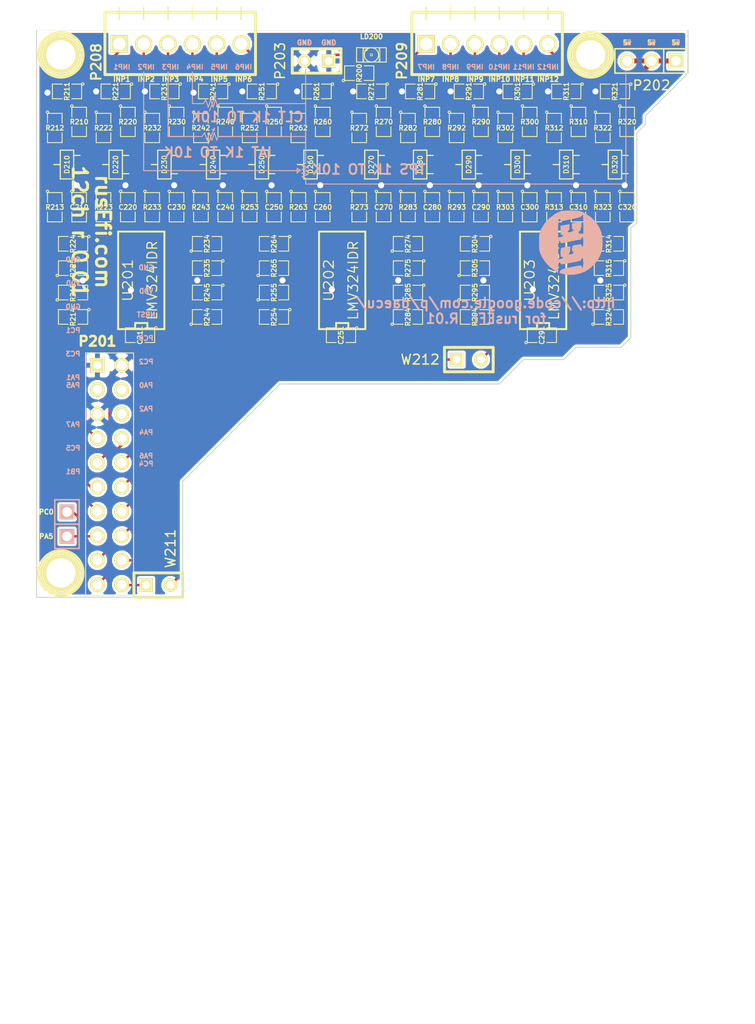
<source format=kicad_pcb>
(kicad_pcb (version 3) (host pcbnew "(2013-jul-07)-stable")
  (title_block (title "Analgo Protection board for RUSEFI.com") (rev .01) (company RUSEFI.com) (comment 2 Art_Electro) (comment 3 Art_Electro))
  (layers (15 F.Cu signal) (0 B.Cu signal) (18 B.Paste user) (19 F.Paste user) (20 B.SilkS user) (21 F.SilkS user) (22 B.Mask user) (23 F.Mask user) (28 Edge.Cuts user))
  (net 0 "")
  (net 1 /5V)
  (net 2 /INP1)
  (net 3 /INP10)
  (net 4 /INP11)
  (net 5 /INP12)
  (net 6 /INP2)
  (net 7 /INP3)
  (net 8 /INP4)
  (net 9 /INP5)
  (net 10 /INP6)
  (net 11 /INP7)
  (net 12 /INP8)
  (net 13 /INP9)
  (net 14 /OUT1)
  (net 15 /OUT10)
  (net 16 /OUT11)
  (net 17 /OUT12)
  (net 18 /OUT2)
  (net 19 /OUT3)
  (net 20 /OUT4)
  (net 21 /OUT5)
  (net 22 /OUT6)
  (net 23 /OUT7)
  (net 24 /OUT8)
  (net 25 /OUT9)
  (net 26 /PA5)
  (net 27 /PC0)
  (net 28 GND)
  (net 29 N-0000011)
  (net 30 N-0000012)
  (net 31 N-0000015)
  (net 32 N-0000016)
  (net 33 N-0000020)
  (net 34 N-0000021)
  (net 35 N-0000022)
  (net 36 N-0000025)
  (net 37 N-0000028)
  (net 38 N-0000029)
  (net 39 N-000003)
  (net 40 N-0000030)
  (net 41 N-0000031)
  (net 42 N-0000034)
  (net 43 N-0000037)
  (net 44 N-0000038)
  (net 45 N-0000039)
  (net 46 N-000004)
  (net 47 N-0000040)
  (net 48 N-0000043)
  (net 49 N-0000044)
  (net 50 N-0000049)
  (net 51 N-000005)
  (net 52 N-0000050)
  (net 53 N-0000055)
  (net 54 N-0000058)
  (net 55 N-0000059)
  (net 56 N-0000063)
  (net 57 N-0000067)
  (net 58 N-0000069)
  (net 59 N-0000078)
  (net 60 N-000008)
  (net 61 N-0000083)
  (net 62 N-0000084)
  (net 63 N-0000085)
  (net 64 N-0000088)
  (net 65 N-0000089)
  (net 66 N-0000090)
  (net 67 N-0000091)
  (module PIN_ARRAY_3X1 (layer F.Cu) (at 184.785 95.25 180)
    (fp_text reference P202 (at 0 -2.54 180) (layer F.SilkS) (effects (font (size 1.016 1.016) (thickness 0.1524))))
    (fp_text value CONN_3 hide)
    (pad 1 thru_hole rect (at -2.54 0 180) (size 1.524 1.524) (drill 1.016) (layers *.Cu *.Mask F.SilkS) (net 1 /5V))
    (pad 2 thru_hole circle (at 0 0 180) (size 1.524 1.524) (drill 1.016) (layers *.Cu *.Mask F.SilkS) (net 1 /5V))
    (pad 3 thru_hole circle (at 2.54 0 180) (size 1.524 1.524) (drill 1.016) (layers *.Cu *.Mask F.SilkS) (net 1 /5V))
  )
  (module LED-1206 (layer F.Cu) (at 155.575 94.615 180)
    (fp_text reference LD200 (at 0 1.905 180) (layer F.SilkS) (effects (font (size 0.508 0.508) (thickness 0.127))))
    (fp_text value LED hide)
    (pad 1 smd rect (at -1.41986 0 180) (size 1.59766 1.80086) (layers F.Cu F.Paste F.Mask) (net 65 N-0000089))
    (pad 2 smd rect (at 1.41986 0 180) (size 1.59766 1.80086) (layers F.Cu F.Paste F.Mask) (net 28 GND))
  )
  (module sot23 (layer F.Cu) (at 133.985 106.045 90)
    (fp_text reference D230 (at 0 0 90) (layer F.SilkS) (effects (font (size 0.50038 0.50038) (thickness 0.09906))))
    (fp_text value DOUBLE_SCHOTTKY hide)
    (pad 1 smd rect (at -0.9525 1.05664 90) (size 0.59944 1.00076) (layers F.Cu F.Paste F.Mask) (net 28 GND))
    (pad 2 smd rect (at 0 -1.05664 90) (size 0.59944 1.00076) (layers F.Cu F.Paste F.Mask) (net 66 N-0000090))
    (pad 3 smd rect (at 0.9525 1.05664 90) (size 0.59944 1.00076) (layers F.Cu F.Paste F.Mask) (net 1 /5V))
  )
  (module sot23 (layer F.Cu) (at 170.815 106.045 90)
    (fp_text reference D300 (at 0 0 90) (layer F.SilkS) (effects (font (size 0.50038 0.50038) (thickness 0.09906))))
    (fp_text value DOUBLE_SCHOTTKY hide)
    (pad 1 smd rect (at -0.9525 1.05664 90) (size 0.59944 1.00076) (layers F.Cu F.Paste F.Mask) (net 28 GND))
    (pad 2 smd rect (at 0 -1.05664 90) (size 0.59944 1.00076) (layers F.Cu F.Paste F.Mask) (net 34 N-0000021))
    (pad 3 smd rect (at 0.9525 1.05664 90) (size 0.59944 1.00076) (layers F.Cu F.Paste F.Mask) (net 1 /5V))
  )
  (module sot23 (layer F.Cu) (at 165.735 106.045 90)
    (fp_text reference D290 (at 0 0 90) (layer F.SilkS) (effects (font (size 0.50038 0.50038) (thickness 0.09906))))
    (fp_text value DOUBLE_SCHOTTKY hide)
    (pad 1 smd rect (at -0.9525 1.05664 90) (size 0.59944 1.00076) (layers F.Cu F.Paste F.Mask) (net 28 GND))
    (pad 2 smd rect (at 0 -1.05664 90) (size 0.59944 1.00076) (layers F.Cu F.Paste F.Mask) (net 35 N-0000022))
    (pad 3 smd rect (at 0.9525 1.05664 90) (size 0.59944 1.00076) (layers F.Cu F.Paste F.Mask) (net 1 /5V))
  )
  (module sot23 (layer F.Cu) (at 128.905 106.045 90)
    (fp_text reference D220 (at 0 0 90) (layer F.SilkS) (effects (font (size 0.50038 0.50038) (thickness 0.09906))))
    (fp_text value DOUBLE_SCHOTTKY hide)
    (pad 1 smd rect (at -0.9525 1.05664 90) (size 0.59944 1.00076) (layers F.Cu F.Paste F.Mask) (net 28 GND))
    (pad 2 smd rect (at 0 -1.05664 90) (size 0.59944 1.00076) (layers F.Cu F.Paste F.Mask) (net 60 N-000008))
    (pad 3 smd rect (at 0.9525 1.05664 90) (size 0.59944 1.00076) (layers F.Cu F.Paste F.Mask) (net 1 /5V))
  )
  (module sot23 (layer F.Cu) (at 139.065 106.045 90)
    (fp_text reference D240 (at 0 0 90) (layer F.SilkS) (effects (font (size 0.50038 0.50038) (thickness 0.09906))))
    (fp_text value DOUBLE_SCHOTTKY hide)
    (pad 1 smd rect (at -0.9525 1.05664 90) (size 0.59944 1.00076) (layers F.Cu F.Paste F.Mask) (net 28 GND))
    (pad 2 smd rect (at 0 -1.05664 90) (size 0.59944 1.00076) (layers F.Cu F.Paste F.Mask) (net 64 N-0000088))
    (pad 3 smd rect (at 0.9525 1.05664 90) (size 0.59944 1.00076) (layers F.Cu F.Paste F.Mask) (net 1 /5V))
  )
  (module sot23 (layer F.Cu) (at 123.825 106.045 90)
    (fp_text reference D210 (at 0 0 90) (layer F.SilkS) (effects (font (size 0.50038 0.50038) (thickness 0.09906))))
    (fp_text value DOUBLE_SCHOTTKY hide)
    (pad 1 smd rect (at -0.9525 1.05664 90) (size 0.59944 1.00076) (layers F.Cu F.Paste F.Mask) (net 28 GND))
    (pad 2 smd rect (at 0 -1.05664 90) (size 0.59944 1.00076) (layers F.Cu F.Paste F.Mask) (net 51 N-000005))
    (pad 3 smd rect (at 0.9525 1.05664 90) (size 0.59944 1.00076) (layers F.Cu F.Paste F.Mask) (net 1 /5V))
  )
  (module sot23 (layer F.Cu) (at 149.225 106.045 90)
    (fp_text reference D260 (at 0 0 90) (layer F.SilkS) (effects (font (size 0.50038 0.50038) (thickness 0.09906))))
    (fp_text value DOUBLE_SCHOTTKY hide)
    (pad 1 smd rect (at -0.9525 1.05664 90) (size 0.59944 1.00076) (layers F.Cu F.Paste F.Mask) (net 28 GND))
    (pad 2 smd rect (at 0 -1.05664 90) (size 0.59944 1.00076) (layers F.Cu F.Paste F.Mask) (net 46 N-000004))
    (pad 3 smd rect (at 0.9525 1.05664 90) (size 0.59944 1.00076) (layers F.Cu F.Paste F.Mask) (net 1 /5V))
  )
  (module sot23 (layer F.Cu) (at 144.145 106.045 90)
    (fp_text reference D250 (at 0 0 90) (layer F.SilkS) (effects (font (size 0.50038 0.50038) (thickness 0.09906))))
    (fp_text value DOUBLE_SCHOTTKY hide)
    (pad 1 smd rect (at -0.9525 1.05664 90) (size 0.59944 1.00076) (layers F.Cu F.Paste F.Mask) (net 28 GND))
    (pad 2 smd rect (at 0 -1.05664 90) (size 0.59944 1.00076) (layers F.Cu F.Paste F.Mask) (net 39 N-000003))
    (pad 3 smd rect (at 0.9525 1.05664 90) (size 0.59944 1.00076) (layers F.Cu F.Paste F.Mask) (net 1 /5V))
  )
  (module sot23 (layer F.Cu) (at 160.655 106.045 90)
    (fp_text reference D280 (at 0 0 90) (layer F.SilkS) (effects (font (size 0.50038 0.50038) (thickness 0.09906))))
    (fp_text value DOUBLE_SCHOTTKY hide)
    (pad 1 smd rect (at -0.9525 1.05664 90) (size 0.59944 1.00076) (layers F.Cu F.Paste F.Mask) (net 28 GND))
    (pad 2 smd rect (at 0 -1.05664 90) (size 0.59944 1.00076) (layers F.Cu F.Paste F.Mask) (net 29 N-0000011))
    (pad 3 smd rect (at 0.9525 1.05664 90) (size 0.59944 1.00076) (layers F.Cu F.Paste F.Mask) (net 1 /5V))
  )
  (module sot23 (layer F.Cu) (at 155.575 106.045 90)
    (fp_text reference D270 (at 0 0 90) (layer F.SilkS) (effects (font (size 0.50038 0.50038) (thickness 0.09906))))
    (fp_text value DOUBLE_SCHOTTKY hide)
    (pad 1 smd rect (at -0.9525 1.05664 90) (size 0.59944 1.00076) (layers F.Cu F.Paste F.Mask) (net 28 GND))
    (pad 2 smd rect (at 0 -1.05664 90) (size 0.59944 1.00076) (layers F.Cu F.Paste F.Mask) (net 32 N-0000016))
    (pad 3 smd rect (at 0.9525 1.05664 90) (size 0.59944 1.00076) (layers F.Cu F.Paste F.Mask) (net 1 /5V))
  )
  (module sot23 (layer F.Cu) (at 175.895 106.045 90)
    (fp_text reference D310 (at 0 0 90) (layer F.SilkS) (effects (font (size 0.50038 0.50038) (thickness 0.09906))))
    (fp_text value DOUBLE_SCHOTTKY hide)
    (pad 1 smd rect (at -0.9525 1.05664 90) (size 0.59944 1.00076) (layers F.Cu F.Paste F.Mask) (net 28 GND))
    (pad 2 smd rect (at 0 -1.05664 90) (size 0.59944 1.00076) (layers F.Cu F.Paste F.Mask) (net 47 N-0000040))
    (pad 3 smd rect (at 0.9525 1.05664 90) (size 0.59944 1.00076) (layers F.Cu F.Paste F.Mask) (net 1 /5V))
  )
  (module sot23 (layer F.Cu) (at 180.975 106.045 90)
    (fp_text reference D320 (at 0 0 90) (layer F.SilkS) (effects (font (size 0.50038 0.50038) (thickness 0.09906))))
    (fp_text value DOUBLE_SCHOTTKY hide)
    (pad 1 smd rect (at -0.9525 1.05664 90) (size 0.59944 1.00076) (layers F.Cu F.Paste F.Mask) (net 28 GND))
    (pad 2 smd rect (at 0 -1.05664 90) (size 0.59944 1.00076) (layers F.Cu F.Paste F.Mask) (net 45 N-0000039))
    (pad 3 smd rect (at 0.9525 1.05664 90) (size 0.59944 1.00076) (layers F.Cu F.Paste F.Mask) (net 1 /5V))
  )
  (module PIN_ARRAY_1 (layer B.Cu) (at 123.825 144.78)
    (fp_text reference P204 hide)
    (fp_text value CONN_1 hide)
    (pad 1 thru_hole rect (at 0 0) (size 1.524 1.524) (drill 1.016) (layers *.Cu *.Mask B.SilkS) (net 26 /PA5))
  )
  (module PIN_ARRAY_1 (layer B.Cu) (at 123.825 142.24 180)
    (fp_text reference P205 hide)
    (fp_text value CONN_1 hide)
    (pad 1 thru_hole rect (at 0 0 180) (size 1.524 1.524) (drill 1.016) (layers *.Cu *.Mask B.SilkS) (net 27 /PC0))
  )
  (module SIL-2 (layer F.Cu) (at 149.86 95.25 180)
    (fp_text reference P203 (at 3.81 0 270) (layer F.SilkS) (effects (font (size 1.016 1.016) (thickness 0.1524))))
    (fp_text value CONN_2 hide)
    (pad 1 thru_hole rect (at -1.27 0 180) (size 1.397 1.397) (drill 0.8128) (layers *.Cu *.Mask F.SilkS) (net 28 GND))
    (pad 2 thru_hole circle (at 1.27 0 180) (size 1.397 1.397) (drill 0.8128) (layers *.Cu *.Mask F.SilkS) (net 28 GND))
  )
  (module SIL-2 (layer F.Cu) (at 165.735 126.365)
    (fp_text reference W212 (at -5.08 0) (layer F.SilkS) (effects (font (size 1.016 1.016) (thickness 0.1524))))
    (fp_text value TEST hide)
    (pad 1 thru_hole rect (at -1.27 0) (size 1.397 1.397) (drill 0.8128) (layers *.Cu *.Mask F.SilkS) (net 17 /OUT12))
    (pad 2 thru_hole circle (at 1.27 0) (size 1.397 1.397) (drill 0.8128) (layers *.Cu *.Mask F.SilkS) (net 48 N-0000043))
  )
  (module SIL-2 (layer F.Cu) (at 133.35 149.86)
    (fp_text reference W211 (at 1.27 -3.81 90) (layer F.SilkS) (effects (font (size 1.016 1.016) (thickness 0.1524))))
    (fp_text value TEST hide)
    (pad 1 thru_hole rect (at -1.27 0) (size 1.397 1.397) (drill 0.8128) (layers *.Cu *.Mask F.SilkS) (net 16 /OUT11))
    (pad 2 thru_hole circle (at 1.27 0) (size 1.397 1.397) (drill 0.8128) (layers *.Cu *.Mask F.SilkS) (net 49 N-0000044))
  )
  (module LOGO_F (layer B.Cu) (at 176.403 114.173 90)
    (fp_text reference G201 hide)
    (fp_text value LOGO hide)
  )
  (module SM0805 (layer F.Cu) (at 131.445 123.825 180)
    (fp_text reference C211 (at 0 0 270) (layer F.SilkS) (effects (font (size 0.50038 0.50038) (thickness 0.10922))))
    (fp_text value 0.1uF hide)
    (pad 1 smd rect (at -0.9525 0 180) (size 0.889 1.397) (layers F.Cu F.Paste F.Mask) (net 1 /5V))
    (pad 2 smd rect (at 0.9525 0 180) (size 0.889 1.397) (layers F.Cu F.Paste F.Mask) (net 28 GND))
  )
  (module SM0805 (layer F.Cu) (at 173.355 123.825)
    (fp_text reference C291 (at 0 0 90) (layer F.SilkS) (effects (font (size 0.50038 0.50038) (thickness 0.10922))))
    (fp_text value 0.1uF hide)
    (pad 1 smd rect (at -0.9525 0) (size 0.889 1.397) (layers F.Cu F.Paste F.Mask) (net 28 GND))
    (pad 2 smd rect (at 0.9525 0) (size 0.889 1.397) (layers F.Cu F.Paste F.Mask) (net 1 /5V))
  )
  (module SM0805 (layer F.Cu) (at 152.4 123.825 180)
    (fp_text reference C251 (at 0 0 270) (layer F.SilkS) (effects (font (size 0.50038 0.50038) (thickness 0.10922))))
    (fp_text value 0.1uF hide)
    (pad 1 smd rect (at -0.9525 0 180) (size 0.889 1.397) (layers F.Cu F.Paste F.Mask) (net 1 /5V))
    (pad 2 smd rect (at 0.9525 0 180) (size 0.889 1.397) (layers F.Cu F.Paste F.Mask) (net 28 GND))
  )
  (module SM0805 (layer F.Cu) (at 124.46 119.38)
    (fp_text reference R215 (at 0 0 90) (layer F.SilkS) (effects (font (size 0.50038 0.50038) (thickness 0.10922))))
    (fp_text value 1500 hide)
    (pad 1 smd rect (at -0.9525 0) (size 0.889 1.397) (layers F.Cu F.Paste F.Mask) (net 14 /OUT1))
    (pad 2 smd rect (at 0.9525 0) (size 0.889 1.397) (layers F.Cu F.Paste F.Mask) (net 28 GND))
  )
  (module SM0805 (layer F.Cu) (at 124.46 121.92 180)
    (fp_text reference R214 (at 0 0 270) (layer F.SilkS) (effects (font (size 0.50038 0.50038) (thickness 0.10922))))
    (fp_text value 1500 hide)
    (pad 1 smd rect (at -0.9525 0 180) (size 0.889 1.397) (layers F.Cu F.Paste F.Mask) (net 30 N-0000012))
    (pad 2 smd rect (at 0.9525 0 180) (size 0.889 1.397) (layers F.Cu F.Paste F.Mask) (net 14 /OUT1))
  )
  (module SM0805 (layer F.Cu) (at 123.825 98.425 180)
    (fp_text reference R211 (at 0 0 270) (layer F.SilkS) (effects (font (size 0.50038 0.50038) (thickness 0.10922))))
    (fp_text value 500K hide)
    (pad 1 smd rect (at -0.9525 0 180) (size 0.889 1.397) (layers F.Cu F.Paste F.Mask) (net 2 /INP1))
    (pad 2 smd rect (at 0.9525 0 180) (size 0.889 1.397) (layers F.Cu F.Paste F.Mask) (net 28 GND))
  )
  (module SM0805 (layer F.Cu) (at 124.46 116.84)
    (fp_text reference R225 (at 0 0 90) (layer F.SilkS) (effects (font (size 0.50038 0.50038) (thickness 0.10922))))
    (fp_text value 1500 hide)
    (pad 1 smd rect (at -0.9525 0) (size 0.889 1.397) (layers F.Cu F.Paste F.Mask) (net 18 /OUT2))
    (pad 2 smd rect (at 0.9525 0) (size 0.889 1.397) (layers F.Cu F.Paste F.Mask) (net 28 GND))
  )
  (module SM0805 (layer F.Cu) (at 124.46 114.3 180)
    (fp_text reference R224 (at 0 0 270) (layer F.SilkS) (effects (font (size 0.50038 0.50038) (thickness 0.10922))))
    (fp_text value 1500 hide)
    (pad 1 smd rect (at -0.9525 0 180) (size 0.889 1.397) (layers F.Cu F.Paste F.Mask) (net 31 N-0000015))
    (pad 2 smd rect (at 0.9525 0 180) (size 0.889 1.397) (layers F.Cu F.Paste F.Mask) (net 18 /OUT2))
  )
  (module SM0805 (layer F.Cu) (at 128.905 98.425 180)
    (fp_text reference R221 (at 0 0 270) (layer F.SilkS) (effects (font (size 0.50038 0.50038) (thickness 0.10922))))
    (fp_text value 500K hide)
    (pad 1 smd rect (at -0.9525 0 180) (size 0.889 1.397) (layers F.Cu F.Paste F.Mask) (net 6 /INP2))
    (pad 2 smd rect (at 0.9525 0 180) (size 0.889 1.397) (layers F.Cu F.Paste F.Mask) (net 28 GND))
  )
  (module SM0805 (layer F.Cu) (at 138.43 116.84 180)
    (fp_text reference R235 (at 0 0 270) (layer F.SilkS) (effects (font (size 0.50038 0.50038) (thickness 0.10922))))
    (fp_text value 1500 hide)
    (pad 1 smd rect (at -0.9525 0 180) (size 0.889 1.397) (layers F.Cu F.Paste F.Mask) (net 19 /OUT3))
    (pad 2 smd rect (at 0.9525 0 180) (size 0.889 1.397) (layers F.Cu F.Paste F.Mask) (net 28 GND))
  )
  (module SM0805 (layer F.Cu) (at 138.43 114.3)
    (fp_text reference R234 (at 0 0 90) (layer F.SilkS) (effects (font (size 0.50038 0.50038) (thickness 0.10922))))
    (fp_text value 1500 hide)
    (pad 1 smd rect (at -0.9525 0) (size 0.889 1.397) (layers F.Cu F.Paste F.Mask) (net 67 N-0000091))
    (pad 2 smd rect (at 0.9525 0) (size 0.889 1.397) (layers F.Cu F.Paste F.Mask) (net 19 /OUT3))
  )
  (module SM0805 (layer F.Cu) (at 133.985 98.425 180)
    (fp_text reference R231 (at 0 0 270) (layer F.SilkS) (effects (font (size 0.50038 0.50038) (thickness 0.10922))))
    (fp_text value 500K hide)
    (pad 1 smd rect (at -0.9525 0 180) (size 0.889 1.397) (layers F.Cu F.Paste F.Mask) (net 7 /INP3))
    (pad 2 smd rect (at 0.9525 0 180) (size 0.889 1.397) (layers F.Cu F.Paste F.Mask) (net 28 GND))
  )
  (module SM0805 (layer F.Cu) (at 139.065 98.425 180)
    (fp_text reference R241 (at 0 0 270) (layer F.SilkS) (effects (font (size 0.50038 0.50038) (thickness 0.10922))))
    (fp_text value 500K hide)
    (pad 1 smd rect (at -0.9525 0 180) (size 0.889 1.397) (layers F.Cu F.Paste F.Mask) (net 8 /INP4))
    (pad 2 smd rect (at 0.9525 0 180) (size 0.889 1.397) (layers F.Cu F.Paste F.Mask) (net 28 GND))
  )
  (module SM0805 (layer F.Cu) (at 138.43 121.92)
    (fp_text reference R244 (at 0 0 90) (layer F.SilkS) (effects (font (size 0.50038 0.50038) (thickness 0.10922))))
    (fp_text value 1500 hide)
    (pad 1 smd rect (at -0.9525 0) (size 0.889 1.397) (layers F.Cu F.Paste F.Mask) (net 33 N-0000020))
    (pad 2 smd rect (at 0.9525 0) (size 0.889 1.397) (layers F.Cu F.Paste F.Mask) (net 20 /OUT4))
  )
  (module SM0805 (layer F.Cu) (at 138.43 119.38 180)
    (fp_text reference R245 (at 0 0 270) (layer F.SilkS) (effects (font (size 0.50038 0.50038) (thickness 0.10922))))
    (fp_text value 1500 hide)
    (pad 1 smd rect (at -0.9525 0 180) (size 0.889 1.397) (layers F.Cu F.Paste F.Mask) (net 20 /OUT4))
    (pad 2 smd rect (at 0.9525 0 180) (size 0.889 1.397) (layers F.Cu F.Paste F.Mask) (net 28 GND))
  )
  (module SM0805 (layer F.Cu) (at 122.555 110.49 270)
    (fp_text reference R213 (at 0 0 360) (layer F.SilkS) (effects (font (size 0.50038 0.50038) (thickness 0.10922))))
    (fp_text value 100 hide)
    (pad 1 smd rect (at -0.9525 0 270) (size 0.889 1.397) (layers F.Cu F.Paste F.Mask) (net 51 N-000005))
    (pad 2 smd rect (at 0.9525 0 270) (size 0.889 1.397) (layers F.Cu F.Paste F.Mask) (net 61 N-0000083))
  )
  (module SM0805 (layer F.Cu) (at 125.095 101.6 270)
    (fp_text reference R210 (at 0 0 360) (layer F.SilkS) (effects (font (size 0.50038 0.50038) (thickness 0.10922))))
    (fp_text value 2700 hide)
    (pad 1 smd rect (at -0.9525 0 270) (size 0.889 1.397) (layers F.Cu F.Paste F.Mask) (net 2 /INP1))
    (pad 2 smd rect (at 0.9525 0 270) (size 0.889 1.397) (layers F.Cu F.Paste F.Mask) (net 1 /5V))
  )
  (module SM0805 (layer F.Cu) (at 130.175 110.49 270)
    (fp_text reference C220 (at 0 0 360) (layer F.SilkS) (effects (font (size 0.50038 0.50038) (thickness 0.10922))))
    (fp_text value 0.01uF hide)
    (pad 1 smd rect (at -0.9525 0 270) (size 0.889 1.397) (layers F.Cu F.Paste F.Mask) (net 28 GND))
    (pad 2 smd rect (at 0.9525 0 270) (size 0.889 1.397) (layers F.Cu F.Paste F.Mask) (net 59 N-0000078))
  )
  (module SM0805 (layer F.Cu) (at 125.095 110.49 270)
    (fp_text reference C210 (at 0 0 360) (layer F.SilkS) (effects (font (size 0.50038 0.50038) (thickness 0.10922))))
    (fp_text value 0.01uF hide)
    (pad 1 smd rect (at -0.9525 0 270) (size 0.889 1.397) (layers F.Cu F.Paste F.Mask) (net 28 GND))
    (pad 2 smd rect (at 0.9525 0 270) (size 0.889 1.397) (layers F.Cu F.Paste F.Mask) (net 61 N-0000083))
  )
  (module SM0805 (layer F.Cu) (at 127.635 110.49 270)
    (fp_text reference R223 (at 0 0 360) (layer F.SilkS) (effects (font (size 0.50038 0.50038) (thickness 0.10922))))
    (fp_text value 100 hide)
    (pad 1 smd rect (at -0.9525 0 270) (size 0.889 1.397) (layers F.Cu F.Paste F.Mask) (net 60 N-000008))
    (pad 2 smd rect (at 0.9525 0 270) (size 0.889 1.397) (layers F.Cu F.Paste F.Mask) (net 59 N-0000078))
  )
  (module SM0805 (layer F.Cu) (at 130.175 101.6 270)
    (fp_text reference R220 (at 0 0 360) (layer F.SilkS) (effects (font (size 0.50038 0.50038) (thickness 0.10922))))
    (fp_text value 2700 hide)
    (pad 1 smd rect (at -0.9525 0 270) (size 0.889 1.397) (layers F.Cu F.Paste F.Mask) (net 6 /INP2))
    (pad 2 smd rect (at 0.9525 0 270) (size 0.889 1.397) (layers F.Cu F.Paste F.Mask) (net 1 /5V))
  )
  (module SM0805 (layer F.Cu) (at 132.715 110.49 270)
    (fp_text reference R233 (at 0 0 360) (layer F.SilkS) (effects (font (size 0.50038 0.50038) (thickness 0.10922))))
    (fp_text value 100 hide)
    (pad 1 smd rect (at -0.9525 0 270) (size 0.889 1.397) (layers F.Cu F.Paste F.Mask) (net 66 N-0000090))
    (pad 2 smd rect (at 0.9525 0 270) (size 0.889 1.397) (layers F.Cu F.Paste F.Mask) (net 56 N-0000063))
  )
  (module SM0805 (layer F.Cu) (at 135.255 101.6 270)
    (fp_text reference R230 (at 0 0 360) (layer F.SilkS) (effects (font (size 0.50038 0.50038) (thickness 0.10922))))
    (fp_text value 2700 hide)
    (pad 1 smd rect (at -0.9525 0 270) (size 0.889 1.397) (layers F.Cu F.Paste F.Mask) (net 7 /INP3))
    (pad 2 smd rect (at 0.9525 0 270) (size 0.889 1.397) (layers F.Cu F.Paste F.Mask) (net 1 /5V))
  )
  (module SM0805 (layer F.Cu) (at 137.795 110.49 270)
    (fp_text reference R243 (at 0 0 360) (layer F.SilkS) (effects (font (size 0.50038 0.50038) (thickness 0.10922))))
    (fp_text value 100 hide)
    (pad 1 smd rect (at -0.9525 0 270) (size 0.889 1.397) (layers F.Cu F.Paste F.Mask) (net 64 N-0000088))
    (pad 2 smd rect (at 0.9525 0 270) (size 0.889 1.397) (layers F.Cu F.Paste F.Mask) (net 55 N-0000059))
  )
  (module SM0805 (layer F.Cu) (at 140.335 101.6 270)
    (fp_text reference R240 (at 0 0 360) (layer F.SilkS) (effects (font (size 0.50038 0.50038) (thickness 0.10922))))
    (fp_text value 2700 hide)
    (pad 1 smd rect (at -0.9525 0 270) (size 0.889 1.397) (layers F.Cu F.Paste F.Mask) (net 8 /INP4))
    (pad 2 smd rect (at 0.9525 0 270) (size 0.889 1.397) (layers F.Cu F.Paste F.Mask) (net 1 /5V))
  )
  (module SM0805 (layer F.Cu) (at 145.415 119.38)
    (fp_text reference R255 (at 0 0 90) (layer F.SilkS) (effects (font (size 0.50038 0.50038) (thickness 0.10922))))
    (fp_text value 1500 hide)
    (pad 1 smd rect (at -0.9525 0) (size 0.889 1.397) (layers F.Cu F.Paste F.Mask) (net 21 /OUT5))
    (pad 2 smd rect (at 0.9525 0) (size 0.889 1.397) (layers F.Cu F.Paste F.Mask) (net 28 GND))
  )
  (module SM0805 (layer F.Cu) (at 150.495 101.6 270)
    (fp_text reference R260 (at 0 0 360) (layer F.SilkS) (effects (font (size 0.50038 0.50038) (thickness 0.10922))))
    (fp_text value 2700 hide)
    (pad 1 smd rect (at -0.9525 0 270) (size 0.889 1.397) (layers F.Cu F.Paste F.Mask) (net 10 /INP6))
    (pad 2 smd rect (at 0.9525 0 270) (size 0.889 1.397) (layers F.Cu F.Paste F.Mask) (net 1 /5V))
  )
  (module SM0805 (layer F.Cu) (at 147.955 110.49 270)
    (fp_text reference R263 (at 0 0 360) (layer F.SilkS) (effects (font (size 0.50038 0.50038) (thickness 0.10922))))
    (fp_text value 100 hide)
    (pad 1 smd rect (at -0.9525 0 270) (size 0.889 1.397) (layers F.Cu F.Paste F.Mask) (net 46 N-000004))
    (pad 2 smd rect (at 0.9525 0 270) (size 0.889 1.397) (layers F.Cu F.Paste F.Mask) (net 62 N-0000084))
  )
  (module SM0805 (layer F.Cu) (at 145.415 101.6 270)
    (fp_text reference R250 (at 0 0 360) (layer F.SilkS) (effects (font (size 0.50038 0.50038) (thickness 0.10922))))
    (fp_text value 2700 hide)
    (pad 1 smd rect (at -0.9525 0 270) (size 0.889 1.397) (layers F.Cu F.Paste F.Mask) (net 9 /INP5))
    (pad 2 smd rect (at 0.9525 0 270) (size 0.889 1.397) (layers F.Cu F.Paste F.Mask) (net 1 /5V))
  )
  (module SM0805 (layer F.Cu) (at 142.875 110.49 270)
    (fp_text reference R253 (at 0 0 360) (layer F.SilkS) (effects (font (size 0.50038 0.50038) (thickness 0.10922))))
    (fp_text value 100 hide)
    (pad 1 smd rect (at -0.9525 0 270) (size 0.889 1.397) (layers F.Cu F.Paste F.Mask) (net 39 N-000003))
    (pad 2 smd rect (at 0.9525 0 270) (size 0.889 1.397) (layers F.Cu F.Paste F.Mask) (net 50 N-0000049))
  )
  (module SM0805 (layer F.Cu) (at 127.635 102.235 270)
    (fp_text reference R222 (at 0 0 360) (layer F.SilkS) (effects (font (size 0.50038 0.50038) (thickness 0.10922))))
    (fp_text value 10k hide)
    (pad 1 smd rect (at -0.9525 0 270) (size 0.889 1.397) (layers F.Cu F.Paste F.Mask) (net 6 /INP2))
    (pad 2 smd rect (at 0.9525 0 270) (size 0.889 1.397) (layers F.Cu F.Paste F.Mask) (net 60 N-000008))
  )
  (module SM0805 (layer F.Cu) (at 122.555 102.235 270)
    (fp_text reference R212 (at 0 0 360) (layer F.SilkS) (effects (font (size 0.50038 0.50038) (thickness 0.10922))))
    (fp_text value 10k hide)
    (pad 1 smd rect (at -0.9525 0 270) (size 0.889 1.397) (layers F.Cu F.Paste F.Mask) (net 2 /INP1))
    (pad 2 smd rect (at 0.9525 0 270) (size 0.889 1.397) (layers F.Cu F.Paste F.Mask) (net 51 N-000005))
  )
  (module SM0805 (layer F.Cu) (at 144.145 98.425 180)
    (fp_text reference R251 (at 0 0 270) (layer F.SilkS) (effects (font (size 0.50038 0.50038) (thickness 0.10922))))
    (fp_text value 500K hide)
    (pad 1 smd rect (at -0.9525 0 180) (size 0.889 1.397) (layers F.Cu F.Paste F.Mask) (net 9 /INP5))
    (pad 2 smd rect (at 0.9525 0 180) (size 0.889 1.397) (layers F.Cu F.Paste F.Mask) (net 28 GND))
  )
  (module SM0805 (layer F.Cu) (at 145.415 121.92 180)
    (fp_text reference R254 (at 0 0 270) (layer F.SilkS) (effects (font (size 0.50038 0.50038) (thickness 0.10922))))
    (fp_text value 1500 hide)
    (pad 1 smd rect (at -0.9525 0 180) (size 0.889 1.397) (layers F.Cu F.Paste F.Mask) (net 52 N-0000050))
    (pad 2 smd rect (at 0.9525 0 180) (size 0.889 1.397) (layers F.Cu F.Paste F.Mask) (net 21 /OUT5))
  )
  (module SM0805 (layer F.Cu) (at 154.305 96.52)
    (fp_text reference R200 (at 0 0 90) (layer F.SilkS) (effects (font (size 0.50038 0.50038) (thickness 0.10922))))
    (fp_text value 100 hide)
    (pad 1 smd rect (at -0.9525 0) (size 0.889 1.397) (layers F.Cu F.Paste F.Mask) (net 1 /5V))
    (pad 2 smd rect (at 0.9525 0) (size 0.889 1.397) (layers F.Cu F.Paste F.Mask) (net 65 N-0000089))
  )
  (module SM0805 (layer F.Cu) (at 166.37 119.38)
    (fp_text reference R295 (at 0 0 90) (layer F.SilkS) (effects (font (size 0.50038 0.50038) (thickness 0.10922))))
    (fp_text value 1500 hide)
    (pad 1 smd rect (at -0.9525 0) (size 0.889 1.397) (layers F.Cu F.Paste F.Mask) (net 25 /OUT9))
    (pad 2 smd rect (at 0.9525 0) (size 0.889 1.397) (layers F.Cu F.Paste F.Mask) (net 28 GND))
  )
  (module SM0805 (layer F.Cu) (at 166.37 121.92 180)
    (fp_text reference R294 (at 0 0 270) (layer F.SilkS) (effects (font (size 0.50038 0.50038) (thickness 0.10922))))
    (fp_text value 1500 hide)
    (pad 1 smd rect (at -0.9525 0 180) (size 0.889 1.397) (layers F.Cu F.Paste F.Mask) (net 37 N-0000028))
    (pad 2 smd rect (at 0.9525 0 180) (size 0.889 1.397) (layers F.Cu F.Paste F.Mask) (net 25 /OUT9))
  )
  (module SM0805 (layer F.Cu) (at 165.735 98.425 180)
    (fp_text reference R291 (at 0 0 270) (layer F.SilkS) (effects (font (size 0.50038 0.50038) (thickness 0.10922))))
    (fp_text value 500K hide)
    (pad 1 smd rect (at -0.9525 0 180) (size 0.889 1.397) (layers F.Cu F.Paste F.Mask) (net 13 /INP9))
    (pad 2 smd rect (at 0.9525 0 180) (size 0.889 1.397) (layers F.Cu F.Paste F.Mask) (net 28 GND))
  )
  (module SM0805 (layer F.Cu) (at 170.815 98.425 180)
    (fp_text reference R301 (at 0 0 270) (layer F.SilkS) (effects (font (size 0.50038 0.50038) (thickness 0.10922))))
    (fp_text value 500K hide)
    (pad 1 smd rect (at -0.9525 0 180) (size 0.889 1.397) (layers F.Cu F.Paste F.Mask) (net 3 /INP10))
    (pad 2 smd rect (at 0.9525 0 180) (size 0.889 1.397) (layers F.Cu F.Paste F.Mask) (net 28 GND))
  )
  (module SM0805 (layer F.Cu) (at 166.37 114.3 180)
    (fp_text reference R304 (at 0 0 270) (layer F.SilkS) (effects (font (size 0.50038 0.50038) (thickness 0.10922))))
    (fp_text value 1500 hide)
    (pad 1 smd rect (at -0.9525 0 180) (size 0.889 1.397) (layers F.Cu F.Paste F.Mask) (net 36 N-0000025))
    (pad 2 smd rect (at 0.9525 0 180) (size 0.889 1.397) (layers F.Cu F.Paste F.Mask) (net 15 /OUT10))
  )
  (module SM0805 (layer F.Cu) (at 166.37 116.84)
    (fp_text reference R305 (at 0 0 90) (layer F.SilkS) (effects (font (size 0.50038 0.50038) (thickness 0.10922))))
    (fp_text value 1500 hide)
    (pad 1 smd rect (at -0.9525 0) (size 0.889 1.397) (layers F.Cu F.Paste F.Mask) (net 15 /OUT10))
    (pad 2 smd rect (at 0.9525 0) (size 0.889 1.397) (layers F.Cu F.Paste F.Mask) (net 28 GND))
  )
  (module SM0805 (layer F.Cu) (at 164.465 110.49 270)
    (fp_text reference R293 (at 0 0 360) (layer F.SilkS) (effects (font (size 0.50038 0.50038) (thickness 0.10922))))
    (fp_text value 100 hide)
    (pad 1 smd rect (at -0.9525 0 270) (size 0.889 1.397) (layers F.Cu F.Paste F.Mask) (net 35 N-0000022))
    (pad 2 smd rect (at 0.9525 0 270) (size 0.889 1.397) (layers F.Cu F.Paste F.Mask) (net 38 N-0000029))
  )
  (module SM0805 (layer F.Cu) (at 167.005 110.49 270)
    (fp_text reference C290 (at 0 0 360) (layer F.SilkS) (effects (font (size 0.50038 0.50038) (thickness 0.10922))))
    (fp_text value 0.01uF hide)
    (pad 1 smd rect (at -0.9525 0 270) (size 0.889 1.397) (layers F.Cu F.Paste F.Mask) (net 28 GND))
    (pad 2 smd rect (at 0.9525 0 270) (size 0.889 1.397) (layers F.Cu F.Paste F.Mask) (net 38 N-0000029))
  )
  (module SM0805 (layer F.Cu) (at 167.005 101.6 270)
    (fp_text reference R290 (at 0 0 360) (layer F.SilkS) (effects (font (size 0.50038 0.50038) (thickness 0.10922))))
    (fp_text value 2700 hide)
    (pad 1 smd rect (at -0.9525 0 270) (size 0.889 1.397) (layers F.Cu F.Paste F.Mask) (net 13 /INP9))
    (pad 2 smd rect (at 0.9525 0 270) (size 0.889 1.397) (layers F.Cu F.Paste F.Mask) (net 1 /5V))
  )
  (module SM0805 (layer F.Cu) (at 169.545 110.49 270)
    (fp_text reference R303 (at 0 0 360) (layer F.SilkS) (effects (font (size 0.50038 0.50038) (thickness 0.10922))))
    (fp_text value 100 hide)
    (pad 1 smd rect (at -0.9525 0 270) (size 0.889 1.397) (layers F.Cu F.Paste F.Mask) (net 34 N-0000021))
    (pad 2 smd rect (at 0.9525 0 270) (size 0.889 1.397) (layers F.Cu F.Paste F.Mask) (net 40 N-0000030))
  )
  (module SM0805 (layer F.Cu) (at 172.085 110.49 270)
    (fp_text reference C300 (at 0 0 360) (layer F.SilkS) (effects (font (size 0.50038 0.50038) (thickness 0.10922))))
    (fp_text value 0.01uF hide)
    (pad 1 smd rect (at -0.9525 0 270) (size 0.889 1.397) (layers F.Cu F.Paste F.Mask) (net 28 GND))
    (pad 2 smd rect (at 0.9525 0 270) (size 0.889 1.397) (layers F.Cu F.Paste F.Mask) (net 40 N-0000030))
  )
  (module SM0805 (layer F.Cu) (at 172.085 101.6 270)
    (fp_text reference R300 (at 0 0 360) (layer F.SilkS) (effects (font (size 0.50038 0.50038) (thickness 0.10922))))
    (fp_text value 2700 hide)
    (pad 1 smd rect (at -0.9525 0 270) (size 0.889 1.397) (layers F.Cu F.Paste F.Mask) (net 3 /INP10))
    (pad 2 smd rect (at 0.9525 0 270) (size 0.889 1.397) (layers F.Cu F.Paste F.Mask) (net 1 /5V))
  )
  (module SM0805 (layer F.Cu) (at 135.255 110.49 270)
    (fp_text reference C230 (at 0 0 360) (layer F.SilkS) (effects (font (size 0.50038 0.50038) (thickness 0.10922))))
    (fp_text value 0.01uF hide)
    (pad 1 smd rect (at -0.9525 0 270) (size 0.889 1.397) (layers F.Cu F.Paste F.Mask) (net 28 GND))
    (pad 2 smd rect (at 0.9525 0 270) (size 0.889 1.397) (layers F.Cu F.Paste F.Mask) (net 56 N-0000063))
  )
  (module SM0805 (layer F.Cu) (at 140.335 110.49 270)
    (fp_text reference C240 (at 0 0 360) (layer F.SilkS) (effects (font (size 0.50038 0.50038) (thickness 0.10922))))
    (fp_text value 0.01uF hide)
    (pad 1 smd rect (at -0.9525 0 270) (size 0.889 1.397) (layers F.Cu F.Paste F.Mask) (net 28 GND))
    (pad 2 smd rect (at 0.9525 0 270) (size 0.889 1.397) (layers F.Cu F.Paste F.Mask) (net 55 N-0000059))
  )
  (module SM0805 (layer F.Cu) (at 145.415 110.49 270)
    (fp_text reference C250 (at 0 0 360) (layer F.SilkS) (effects (font (size 0.50038 0.50038) (thickness 0.10922))))
    (fp_text value 0.01uF hide)
    (pad 1 smd rect (at -0.9525 0 270) (size 0.889 1.397) (layers F.Cu F.Paste F.Mask) (net 28 GND))
    (pad 2 smd rect (at 0.9525 0 270) (size 0.889 1.397) (layers F.Cu F.Paste F.Mask) (net 50 N-0000049))
  )
  (module SM0805 (layer F.Cu) (at 150.495 110.49 270)
    (fp_text reference C260 (at 0 0 360) (layer F.SilkS) (effects (font (size 0.50038 0.50038) (thickness 0.10922))))
    (fp_text value 0.01uF hide)
    (pad 1 smd rect (at -0.9525 0 270) (size 0.889 1.397) (layers F.Cu F.Paste F.Mask) (net 28 GND))
    (pad 2 smd rect (at 0.9525 0 270) (size 0.889 1.397) (layers F.Cu F.Paste F.Mask) (net 62 N-0000084))
  )
  (module SM0805 (layer F.Cu) (at 149.86 98.425 180)
    (fp_text reference R261 (at 0 0 270) (layer F.SilkS) (effects (font (size 0.50038 0.50038) (thickness 0.10922))))
    (fp_text value 500K hide)
    (pad 1 smd rect (at -0.9525 0 180) (size 0.889 1.397) (layers F.Cu F.Paste F.Mask) (net 10 /INP6))
    (pad 2 smd rect (at 0.9525 0 180) (size 0.889 1.397) (layers F.Cu F.Paste F.Mask) (net 28 GND))
  )
  (module SM0805 (layer F.Cu) (at 161.925 110.49 270)
    (fp_text reference C280 (at 0 0 360) (layer F.SilkS) (effects (font (size 0.50038 0.50038) (thickness 0.10922))))
    (fp_text value 0.01uF hide)
    (pad 1 smd rect (at -0.9525 0 270) (size 0.889 1.397) (layers F.Cu F.Paste F.Mask) (net 28 GND))
    (pad 2 smd rect (at 0.9525 0 270) (size 0.889 1.397) (layers F.Cu F.Paste F.Mask) (net 58 N-0000069))
  )
  (module SM0805 (layer F.Cu) (at 156.845 110.49 270)
    (fp_text reference C270 (at 0 0 360) (layer F.SilkS) (effects (font (size 0.50038 0.50038) (thickness 0.10922))))
    (fp_text value 0.01uF hide)
    (pad 1 smd rect (at -0.9525 0 270) (size 0.889 1.397) (layers F.Cu F.Paste F.Mask) (net 28 GND))
    (pad 2 smd rect (at 0.9525 0 270) (size 0.889 1.397) (layers F.Cu F.Paste F.Mask) (net 57 N-0000067))
  )
  (module SM0805 (layer F.Cu) (at 159.385 114.3)
    (fp_text reference R274 (at 0 0 90) (layer F.SilkS) (effects (font (size 0.50038 0.50038) (thickness 0.10922))))
    (fp_text value 1500 hide)
    (pad 1 smd rect (at -0.9525 0) (size 0.889 1.397) (layers F.Cu F.Paste F.Mask) (net 53 N-0000055))
    (pad 2 smd rect (at 0.9525 0) (size 0.889 1.397) (layers F.Cu F.Paste F.Mask) (net 23 /OUT7))
  )
  (module SM0805 (layer F.Cu) (at 159.385 116.84 180)
    (fp_text reference R275 (at 0 0 270) (layer F.SilkS) (effects (font (size 0.50038 0.50038) (thickness 0.10922))))
    (fp_text value 1500 hide)
    (pad 1 smd rect (at -0.9525 0 180) (size 0.889 1.397) (layers F.Cu F.Paste F.Mask) (net 23 /OUT7))
    (pad 2 smd rect (at 0.9525 0 180) (size 0.889 1.397) (layers F.Cu F.Paste F.Mask) (net 28 GND))
  )
  (module SM0805 (layer F.Cu) (at 161.925 101.6 270)
    (fp_text reference R280 (at 0 0 360) (layer F.SilkS) (effects (font (size 0.50038 0.50038) (thickness 0.10922))))
    (fp_text value 2700 hide)
    (pad 1 smd rect (at -0.9525 0 270) (size 0.889 1.397) (layers F.Cu F.Paste F.Mask) (net 12 /INP8))
    (pad 2 smd rect (at 0.9525 0 270) (size 0.889 1.397) (layers F.Cu F.Paste F.Mask) (net 1 /5V))
  )
  (module SM0805 (layer F.Cu) (at 159.385 110.49 270)
    (fp_text reference R283 (at 0 0 360) (layer F.SilkS) (effects (font (size 0.50038 0.50038) (thickness 0.10922))))
    (fp_text value 100 hide)
    (pad 1 smd rect (at -0.9525 0 270) (size 0.889 1.397) (layers F.Cu F.Paste F.Mask) (net 29 N-0000011))
    (pad 2 smd rect (at 0.9525 0 270) (size 0.889 1.397) (layers F.Cu F.Paste F.Mask) (net 58 N-0000069))
  )
  (module SM0805 (layer F.Cu) (at 156.845 101.6 270)
    (fp_text reference R270 (at 0 0 360) (layer F.SilkS) (effects (font (size 0.50038 0.50038) (thickness 0.10922))))
    (fp_text value 2700 hide)
    (pad 1 smd rect (at -0.9525 0 270) (size 0.889 1.397) (layers F.Cu F.Paste F.Mask) (net 11 /INP7))
    (pad 2 smd rect (at 0.9525 0 270) (size 0.889 1.397) (layers F.Cu F.Paste F.Mask) (net 1 /5V))
  )
  (module SM0805 (layer F.Cu) (at 154.305 110.49 270)
    (fp_text reference R273 (at 0 0 360) (layer F.SilkS) (effects (font (size 0.50038 0.50038) (thickness 0.10922))))
    (fp_text value 100 hide)
    (pad 1 smd rect (at -0.9525 0 270) (size 0.889 1.397) (layers F.Cu F.Paste F.Mask) (net 32 N-0000016))
    (pad 2 smd rect (at 0.9525 0 270) (size 0.889 1.397) (layers F.Cu F.Paste F.Mask) (net 57 N-0000067))
  )
  (module SM0805 (layer F.Cu) (at 159.385 119.38 180)
    (fp_text reference R285 (at 0 0 270) (layer F.SilkS) (effects (font (size 0.50038 0.50038) (thickness 0.10922))))
    (fp_text value 1500 hide)
    (pad 1 smd rect (at -0.9525 0 180) (size 0.889 1.397) (layers F.Cu F.Paste F.Mask) (net 24 /OUT8))
    (pad 2 smd rect (at 0.9525 0 180) (size 0.889 1.397) (layers F.Cu F.Paste F.Mask) (net 28 GND))
  )
  (module SM0805 (layer F.Cu) (at 159.385 121.92)
    (fp_text reference R284 (at 0 0 90) (layer F.SilkS) (effects (font (size 0.50038 0.50038) (thickness 0.10922))))
    (fp_text value 1500 hide)
    (pad 1 smd rect (at -0.9525 0) (size 0.889 1.397) (layers F.Cu F.Paste F.Mask) (net 63 N-0000085))
    (pad 2 smd rect (at 0.9525 0) (size 0.889 1.397) (layers F.Cu F.Paste F.Mask) (net 24 /OUT8))
  )
  (module SM0805 (layer F.Cu) (at 160.655 98.425 180)
    (fp_text reference R281 (at 0 0 270) (layer F.SilkS) (effects (font (size 0.50038 0.50038) (thickness 0.10922))))
    (fp_text value 500K hide)
    (pad 1 smd rect (at -0.9525 0 180) (size 0.889 1.397) (layers F.Cu F.Paste F.Mask) (net 12 /INP8))
    (pad 2 smd rect (at 0.9525 0 180) (size 0.889 1.397) (layers F.Cu F.Paste F.Mask) (net 28 GND))
  )
  (module SM0805 (layer F.Cu) (at 155.575 98.425 180)
    (fp_text reference R271 (at 0 0 270) (layer F.SilkS) (effects (font (size 0.50038 0.50038) (thickness 0.10922))))
    (fp_text value 500K hide)
    (pad 1 smd rect (at -0.9525 0 180) (size 0.889 1.397) (layers F.Cu F.Paste F.Mask) (net 11 /INP7))
    (pad 2 smd rect (at 0.9525 0 180) (size 0.889 1.397) (layers F.Cu F.Paste F.Mask) (net 28 GND))
  )
  (module SM0805 (layer F.Cu) (at 132.715 102.235 270)
    (fp_text reference R232 (at 0 0 360) (layer F.SilkS) (effects (font (size 0.50038 0.50038) (thickness 0.10922))))
    (fp_text value 10k hide)
    (pad 1 smd rect (at -0.9525 0 270) (size 0.889 1.397) (layers F.Cu F.Paste F.Mask) (net 7 /INP3))
    (pad 2 smd rect (at 0.9525 0 270) (size 0.889 1.397) (layers F.Cu F.Paste F.Mask) (net 66 N-0000090))
  )
  (module SM0805 (layer F.Cu) (at 137.795 102.235 270)
    (fp_text reference R242 (at 0 0 360) (layer F.SilkS) (effects (font (size 0.50038 0.50038) (thickness 0.10922))))
    (fp_text value 10k hide)
    (pad 1 smd rect (at -0.9525 0 270) (size 0.889 1.397) (layers F.Cu F.Paste F.Mask) (net 8 /INP4))
    (pad 2 smd rect (at 0.9525 0 270) (size 0.889 1.397) (layers F.Cu F.Paste F.Mask) (net 64 N-0000088))
  )
  (module SM0805 (layer F.Cu) (at 142.875 102.235 270)
    (fp_text reference R252 (at 0 0 360) (layer F.SilkS) (effects (font (size 0.50038 0.50038) (thickness 0.10922))))
    (fp_text value 10k hide)
    (pad 1 smd rect (at -0.9525 0 270) (size 0.889 1.397) (layers F.Cu F.Paste F.Mask) (net 9 /INP5))
    (pad 2 smd rect (at 0.9525 0 270) (size 0.889 1.397) (layers F.Cu F.Paste F.Mask) (net 39 N-000003))
  )
  (module SM0805 (layer F.Cu) (at 147.955 102.235 270)
    (fp_text reference R262 (at 0 0 360) (layer F.SilkS) (effects (font (size 0.50038 0.50038) (thickness 0.10922))))
    (fp_text value 10k hide)
    (pad 1 smd rect (at -0.9525 0 270) (size 0.889 1.397) (layers F.Cu F.Paste F.Mask) (net 10 /INP6))
    (pad 2 smd rect (at 0.9525 0 270) (size 0.889 1.397) (layers F.Cu F.Paste F.Mask) (net 46 N-000004))
  )
  (module SM0805 (layer F.Cu) (at 169.545 102.235 270)
    (fp_text reference R302 (at 0 0 360) (layer F.SilkS) (effects (font (size 0.50038 0.50038) (thickness 0.10922))))
    (fp_text value 10k hide)
    (pad 1 smd rect (at -0.9525 0 270) (size 0.889 1.397) (layers F.Cu F.Paste F.Mask) (net 3 /INP10))
    (pad 2 smd rect (at 0.9525 0 270) (size 0.889 1.397) (layers F.Cu F.Paste F.Mask) (net 34 N-0000021))
  )
  (module SM0805 (layer F.Cu) (at 164.465 102.235 270)
    (fp_text reference R292 (at 0 0 360) (layer F.SilkS) (effects (font (size 0.50038 0.50038) (thickness 0.10922))))
    (fp_text value 10k hide)
    (pad 1 smd rect (at -0.9525 0 270) (size 0.889 1.397) (layers F.Cu F.Paste F.Mask) (net 13 /INP9))
    (pad 2 smd rect (at 0.9525 0 270) (size 0.889 1.397) (layers F.Cu F.Paste F.Mask) (net 35 N-0000022))
  )
  (module SM0805 (layer F.Cu) (at 159.385 102.235 270)
    (fp_text reference R282 (at 0 0 360) (layer F.SilkS) (effects (font (size 0.50038 0.50038) (thickness 0.10922))))
    (fp_text value 10k hide)
    (pad 1 smd rect (at -0.9525 0 270) (size 0.889 1.397) (layers F.Cu F.Paste F.Mask) (net 12 /INP8))
    (pad 2 smd rect (at 0.9525 0 270) (size 0.889 1.397) (layers F.Cu F.Paste F.Mask) (net 29 N-0000011))
  )
  (module SM0805 (layer F.Cu) (at 154.305 102.235 270)
    (fp_text reference R272 (at 0 0 360) (layer F.SilkS) (effects (font (size 0.50038 0.50038) (thickness 0.10922))))
    (fp_text value 10k hide)
    (pad 1 smd rect (at -0.9525 0 270) (size 0.889 1.397) (layers F.Cu F.Paste F.Mask) (net 11 /INP7))
    (pad 2 smd rect (at 0.9525 0 270) (size 0.889 1.397) (layers F.Cu F.Paste F.Mask) (net 32 N-0000016))
  )
  (module SM0805 (layer F.Cu) (at 145.415 114.3 180)
    (fp_text reference R264 (at 0 0 270) (layer F.SilkS) (effects (font (size 0.50038 0.50038) (thickness 0.10922))))
    (fp_text value 1500 hide)
    (pad 1 smd rect (at -0.9525 0 180) (size 0.889 1.397) (layers F.Cu F.Paste F.Mask) (net 54 N-0000058))
    (pad 2 smd rect (at 0.9525 0 180) (size 0.889 1.397) (layers F.Cu F.Paste F.Mask) (net 22 /OUT6))
  )
  (module SM0805 (layer F.Cu) (at 145.415 116.84)
    (fp_text reference R265 (at 0 0 90) (layer F.SilkS) (effects (font (size 0.50038 0.50038) (thickness 0.10922))))
    (fp_text value 1500 hide)
    (pad 1 smd rect (at -0.9525 0) (size 0.889 1.397) (layers F.Cu F.Paste F.Mask) (net 22 /OUT6))
    (pad 2 smd rect (at 0.9525 0) (size 0.889 1.397) (layers F.Cu F.Paste F.Mask) (net 28 GND))
  )
  (module SM0805 (layer F.Cu) (at 180.34 116.84 180)
    (fp_text reference R315 (at 0 0 270) (layer F.SilkS) (effects (font (size 0.50038 0.50038) (thickness 0.10922))))
    (fp_text value 1500 hide)
    (pad 1 smd rect (at -0.9525 0 180) (size 0.889 1.397) (layers F.Cu F.Paste F.Mask) (net 49 N-0000044))
    (pad 2 smd rect (at 0.9525 0 180) (size 0.889 1.397) (layers F.Cu F.Paste F.Mask) (net 28 GND))
  )
  (module SM0805 (layer F.Cu) (at 180.34 114.3)
    (fp_text reference R314 (at 0 0 90) (layer F.SilkS) (effects (font (size 0.50038 0.50038) (thickness 0.10922))))
    (fp_text value 1500 hide)
    (pad 1 smd rect (at -0.9525 0) (size 0.889 1.397) (layers F.Cu F.Paste F.Mask) (net 41 N-0000031))
    (pad 2 smd rect (at 0.9525 0) (size 0.889 1.397) (layers F.Cu F.Paste F.Mask) (net 49 N-0000044))
  )
  (module SM0805 (layer F.Cu) (at 175.895 98.425 180)
    (fp_text reference R311 (at 0 0 270) (layer F.SilkS) (effects (font (size 0.50038 0.50038) (thickness 0.10922))))
    (fp_text value 500K hide)
    (pad 1 smd rect (at -0.9525 0 180) (size 0.889 1.397) (layers F.Cu F.Paste F.Mask) (net 4 /INP11))
    (pad 2 smd rect (at 0.9525 0 180) (size 0.889 1.397) (layers F.Cu F.Paste F.Mask) (net 28 GND))
  )
  (module SM0805 (layer F.Cu) (at 180.975 98.425 180)
    (fp_text reference R321 (at 0 0 270) (layer F.SilkS) (effects (font (size 0.50038 0.50038) (thickness 0.10922))))
    (fp_text value 500K hide)
    (pad 1 smd rect (at -0.9525 0 180) (size 0.889 1.397) (layers F.Cu F.Paste F.Mask) (net 5 /INP12))
    (pad 2 smd rect (at 0.9525 0 180) (size 0.889 1.397) (layers F.Cu F.Paste F.Mask) (net 28 GND))
  )
  (module SM0805 (layer F.Cu) (at 180.34 121.92)
    (fp_text reference R324 (at 0 0 90) (layer F.SilkS) (effects (font (size 0.50038 0.50038) (thickness 0.10922))))
    (fp_text value 1500 hide)
    (pad 1 smd rect (at -0.9525 0) (size 0.889 1.397) (layers F.Cu F.Paste F.Mask) (net 42 N-0000034))
    (pad 2 smd rect (at 0.9525 0) (size 0.889 1.397) (layers F.Cu F.Paste F.Mask) (net 48 N-0000043))
  )
  (module SM0805 (layer F.Cu) (at 180.34 119.38 180)
    (fp_text reference R325 (at 0 0 270) (layer F.SilkS) (effects (font (size 0.50038 0.50038) (thickness 0.10922))))
    (fp_text value 1500 hide)
    (pad 1 smd rect (at -0.9525 0 180) (size 0.889 1.397) (layers F.Cu F.Paste F.Mask) (net 48 N-0000043))
    (pad 2 smd rect (at 0.9525 0 180) (size 0.889 1.397) (layers F.Cu F.Paste F.Mask) (net 28 GND))
  )
  (module SM0805 (layer F.Cu) (at 174.625 110.49 270)
    (fp_text reference R313 (at 0 0 360) (layer F.SilkS) (effects (font (size 0.50038 0.50038) (thickness 0.10922))))
    (fp_text value 100 hide)
    (pad 1 smd rect (at -0.9525 0 270) (size 0.889 1.397) (layers F.Cu F.Paste F.Mask) (net 47 N-0000040))
    (pad 2 smd rect (at 0.9525 0 270) (size 0.889 1.397) (layers F.Cu F.Paste F.Mask) (net 43 N-0000037))
  )
  (module SM0805 (layer F.Cu) (at 177.165 110.49 270)
    (fp_text reference C310 (at 0 0 360) (layer F.SilkS) (effects (font (size 0.50038 0.50038) (thickness 0.10922))))
    (fp_text value 0.01uF hide)
    (pad 1 smd rect (at -0.9525 0 270) (size 0.889 1.397) (layers F.Cu F.Paste F.Mask) (net 28 GND))
    (pad 2 smd rect (at 0.9525 0 270) (size 0.889 1.397) (layers F.Cu F.Paste F.Mask) (net 43 N-0000037))
  )
  (module SM0805 (layer F.Cu) (at 177.165 101.6 270)
    (fp_text reference R310 (at 0 0 360) (layer F.SilkS) (effects (font (size 0.50038 0.50038) (thickness 0.10922))))
    (fp_text value 2700 hide)
    (pad 1 smd rect (at -0.9525 0 270) (size 0.889 1.397) (layers F.Cu F.Paste F.Mask) (net 4 /INP11))
    (pad 2 smd rect (at 0.9525 0 270) (size 0.889 1.397) (layers F.Cu F.Paste F.Mask) (net 1 /5V))
  )
  (module SM0805 (layer F.Cu) (at 179.705 110.49 270)
    (fp_text reference R323 (at 0 0 360) (layer F.SilkS) (effects (font (size 0.50038 0.50038) (thickness 0.10922))))
    (fp_text value 100 hide)
    (pad 1 smd rect (at -0.9525 0 270) (size 0.889 1.397) (layers F.Cu F.Paste F.Mask) (net 45 N-0000039))
    (pad 2 smd rect (at 0.9525 0 270) (size 0.889 1.397) (layers F.Cu F.Paste F.Mask) (net 44 N-0000038))
  )
  (module SM0805 (layer F.Cu) (at 182.245 110.49 270)
    (fp_text reference C320 (at 0 0 360) (layer F.SilkS) (effects (font (size 0.50038 0.50038) (thickness 0.10922))))
    (fp_text value 0.01uF hide)
    (pad 1 smd rect (at -0.9525 0 270) (size 0.889 1.397) (layers F.Cu F.Paste F.Mask) (net 28 GND))
    (pad 2 smd rect (at 0.9525 0 270) (size 0.889 1.397) (layers F.Cu F.Paste F.Mask) (net 44 N-0000038))
  )
  (module SM0805 (layer F.Cu) (at 182.245 101.6 270)
    (fp_text reference R320 (at 0 0 360) (layer F.SilkS) (effects (font (size 0.50038 0.50038) (thickness 0.10922))))
    (fp_text value 2700 hide)
    (pad 1 smd rect (at -0.9525 0 270) (size 0.889 1.397) (layers F.Cu F.Paste F.Mask) (net 5 /INP12))
    (pad 2 smd rect (at 0.9525 0 270) (size 0.889 1.397) (layers F.Cu F.Paste F.Mask) (net 1 /5V))
  )
  (module SM0805 (layer F.Cu) (at 179.705 102.235 270)
    (fp_text reference R322 (at 0 0 360) (layer F.SilkS) (effects (font (size 0.50038 0.50038) (thickness 0.10922))))
    (fp_text value 10k hide)
    (pad 1 smd rect (at -0.9525 0 270) (size 0.889 1.397) (layers F.Cu F.Paste F.Mask) (net 5 /INP12))
    (pad 2 smd rect (at 0.9525 0 270) (size 0.889 1.397) (layers F.Cu F.Paste F.Mask) (net 45 N-0000039))
  )
  (module SM0805 (layer F.Cu) (at 174.625 102.235 270)
    (fp_text reference R312 (at 0 0 360) (layer F.SilkS) (effects (font (size 0.50038 0.50038) (thickness 0.10922))))
    (fp_text value 10k hide)
    (pad 1 smd rect (at -0.9525 0 270) (size 0.889 1.397) (layers F.Cu F.Paste F.Mask) (net 4 /INP11))
    (pad 2 smd rect (at 0.9525 0 270) (size 0.889 1.397) (layers F.Cu F.Paste F.Mask) (net 47 N-0000040))
  )
  (module PIN_ARRAY_10X2_M (layer F.Cu) (at 128.27 138.43 270)
    (fp_text reference P201 (at -13.97 1.27 360) (layer F.SilkS) (effects (font (size 1.016 1.016) (thickness 0.254))))
    (fp_text value CONN_10X2 hide)
    (pad 1 thru_hole rect (at -11.47064 1.27 270) (size 1.524 1.524) (drill 0.8128) (layers *.Cu *.Mask F.SilkS) (net 28 GND))
    (pad 2 thru_hole circle (at -11.47064 -1.27 270) (size 1.524 1.524) (drill 1.016) (layers *.Cu *.Mask F.SilkS) (net 28 GND))
    (pad 3 thru_hole circle (at -8.93064 1.27 270) (size 1.524 1.524) (drill 1.016) (layers *.Cu *.Mask F.SilkS))
    (pad 4 thru_hole circle (at -8.93064 -1.27 270) (size 1.524 1.524) (drill 1.016) (layers *.Cu *.Mask F.SilkS))
    (pad 5 thru_hole circle (at -6.39064 1.27 270) (size 1.524 1.524) (drill 1.016) (layers *.Cu *.Mask F.SilkS) (net 28 GND))
    (pad 6 thru_hole circle (at -6.39064 -1.27 270) (size 1.524 1.524) (drill 1.016) (layers *.Cu *.Mask F.SilkS))
    (pad 7 thru_hole circle (at -3.85064 1.27 270) (size 1.524 1.524) (drill 1.016) (layers *.Cu *.Mask F.SilkS) (net 20 /OUT4))
    (pad 8 thru_hole circle (at -3.85064 -1.27 270) (size 1.524 1.524) (drill 1.016) (layers *.Cu *.Mask F.SilkS) (net 27 /PC0))
    (pad 9 thru_hole circle (at -1.31064 1.27 270) (size 1.524 1.524) (drill 1.016) (layers *.Cu *.Mask F.SilkS) (net 19 /OUT3))
    (pad 10 thru_hole circle (at -1.31064 -1.27 270) (size 1.524 1.524) (drill 1.016) (layers *.Cu *.Mask F.SilkS) (net 22 /OUT6))
    (pad 11 thru_hole circle (at 1.22936 1.27 270) (size 1.524 1.524) (drill 1.016) (layers *.Cu *.Mask F.SilkS) (net 14 /OUT1))
    (pad 12 thru_hole circle (at 1.22936 -1.27 270) (size 1.524 1.524) (drill 1.016) (layers *.Cu *.Mask F.SilkS) (net 21 /OUT5))
    (pad 13 thru_hole circle (at 3.76936 1.27 270) (size 1.524 1.524) (drill 1.016) (layers *.Cu *.Mask F.SilkS) (net 18 /OUT2))
    (pad 14 thru_hole circle (at 3.76936 -1.27 270) (size 1.524 1.524) (drill 1.016) (layers *.Cu *.Mask F.SilkS) (net 24 /OUT8))
    (pad 15 thru_hole circle (at 6.30936 1.27 270) (size 1.524 1.524) (drill 1.016) (layers *.Cu *.Mask F.SilkS) (net 26 /PA5))
    (pad 16 thru_hole circle (at 6.30936 -1.27 270) (size 1.524 1.524) (drill 1.016) (layers *.Cu *.Mask F.SilkS) (net 23 /OUT7))
    (pad 17 thru_hole circle (at 8.84936 1.27 270) (size 1.524 1.524) (drill 1.016) (layers *.Cu *.Mask F.SilkS) (net 15 /OUT10))
    (pad 18 thru_hole circle (at 8.84936 -1.27 270) (size 1.524 1.524) (drill 1.016) (layers *.Cu *.Mask F.SilkS) (net 25 /OUT9))
    (pad 19 thru_hole circle (at 11.38936 1.27 270) (size 1.524 1.524) (drill 1.016) (layers *.Cu *.Mask F.SilkS) (net 17 /OUT12))
    (pad 20 thru_hole circle (at 11.38936 -1.27 270) (size 1.524 1.524) (drill 1.016) (layers *.Cu *.Mask F.SilkS) (net 16 /OUT11))
  )
  (module 1pin (layer F.Cu) (at 178.435 94.615)
    (fp_text reference M202 hide)
    (fp_text value CONN_1 hide)
    (pad 1 thru_hole circle (at 0 0) (size 4.064 4.064) (drill 3.048) (layers *.Cu *.Mask F.SilkS))
  )
  (module 1pin (layer F.Cu) (at 123.19 148.59 90)
    (fp_text reference M201 hide)
    (fp_text value CONN_1 hide)
    (pad 1 thru_hole circle (at 0 0 90) (size 4.064 4.064) (drill 3.048) (layers *.Cu *.Mask F.SilkS))
  )
  (module 1pin (layer F.Cu) (at 123.19 94.615 90)
    (fp_text reference M200 hide)
    (fp_text value CONN_1 hide)
    (pad 1 thru_hole circle (at 0 0 90) (size 4.064 4.064) (drill 3.048) (layers *.Cu *.Mask F.SilkS))
  )
  (module 6_screw_term_.1in (layer F.Cu) (at 167.64 93.472)
    (fp_text reference P209 (at -8.89 1.778 90) (layer F.SilkS) (effects (font (size 1.016 1.016) (thickness 0.2032))))
    (fp_text value CONN_6 hide)
    (pad 1 thru_hole rect (at -6.35 0) (size 1.8 1.8) (drill 1.3) (layers *.Cu *.Mask F.SilkS) (net 11 /INP7))
    (pad 2 thru_hole circle (at -3.81 0) (size 1.8 1.8) (drill 1.3) (layers *.Cu *.Mask F.SilkS) (net 12 /INP8))
    (pad 3 thru_hole circle (at -1.27 0) (size 1.8 1.8) (drill 1.3) (layers *.Cu *.Mask F.SilkS) (net 13 /INP9))
    (pad 4 thru_hole circle (at 1.27 0) (size 1.8 1.8) (drill 1.3) (layers *.Cu *.Mask F.SilkS) (net 3 /INP10))
    (pad 5 thru_hole circle (at 3.81 0) (size 1.8 1.8) (drill 1.3) (layers *.Cu *.Mask F.SilkS) (net 4 /INP11))
    (pad 6 thru_hole circle (at 6.35 0) (size 1.8 1.8) (drill 1.3) (layers *.Cu *.Mask F.SilkS) (net 5 /INP12))
  )
  (module 6_screw_term_.1in (layer F.Cu) (at 135.636 93.472)
    (fp_text reference P208 (at -8.763 1.905 90) (layer F.SilkS) (effects (font (size 1.016 1.016) (thickness 0.2032))))
    (fp_text value CONN_6 hide)
    (pad 1 thru_hole rect (at -6.35 0) (size 1.8 1.8) (drill 1.3) (layers *.Cu *.Mask F.SilkS) (net 2 /INP1))
    (pad 2 thru_hole circle (at -3.81 0) (size 1.8 1.8) (drill 1.3) (layers *.Cu *.Mask F.SilkS) (net 6 /INP2))
    (pad 3 thru_hole circle (at -1.27 0) (size 1.8 1.8) (drill 1.3) (layers *.Cu *.Mask F.SilkS) (net 7 /INP3))
    (pad 4 thru_hole circle (at 1.27 0) (size 1.8 1.8) (drill 1.3) (layers *.Cu *.Mask F.SilkS) (net 8 /INP4))
    (pad 5 thru_hole circle (at 3.81 0) (size 1.8 1.8) (drill 1.3) (layers *.Cu *.Mask F.SilkS) (net 9 /INP5))
    (pad 6 thru_hole circle (at 6.35 0) (size 1.8 1.8) (drill 1.3) (layers *.Cu *.Mask F.SilkS) (net 10 /INP6))
  )
  (module SO14N (layer F.Cu) (at 131.445 118.11 90)
    (fp_text reference U201 (at 0 -1.27 90) (layer F.SilkS) (effects (font (size 1.016 1.143) (thickness 0.127))))
    (fp_text value LMV324IDR (at 0 1.27 90) (layer F.SilkS) (effects (font (size 1.016 1.016) (thickness 0.127))))
    (pad 1 smd rect (at -3.81 3.302 90) (size 0.508 1.143) (layers F.Cu F.Paste F.Mask) (net 33 N-0000020))
    (pad 2 smd rect (at -2.54 3.302 90) (size 0.508 1.143) (layers F.Cu F.Paste F.Mask) (net 33 N-0000020))
    (pad 3 smd rect (at -1.27 3.302 90) (size 0.508 1.143) (layers F.Cu F.Paste F.Mask) (net 55 N-0000059))
    (pad 4 smd rect (at 0 3.302 90) (size 0.508 1.143) (layers F.Cu F.Paste F.Mask) (net 1 /5V))
    (pad 5 smd rect (at 1.27 3.302 90) (size 0.508 1.143) (layers F.Cu F.Paste F.Mask) (net 56 N-0000063))
    (pad 6 smd rect (at 2.54 3.302 90) (size 0.508 1.143) (layers F.Cu F.Paste F.Mask) (net 67 N-0000091))
    (pad 7 smd rect (at 3.81 3.302 90) (size 0.508 1.143) (layers F.Cu F.Paste F.Mask) (net 67 N-0000091))
    (pad 8 smd rect (at 3.81 -3.048 90) (size 0.508 1.143) (layers F.Cu F.Paste F.Mask) (net 31 N-0000015))
    (pad 9 smd rect (at 2.54 -3.048 90) (size 0.508 1.143) (layers F.Cu F.Paste F.Mask) (net 31 N-0000015))
    (pad 11 smd rect (at 0 -3.048 90) (size 0.508 1.143) (layers F.Cu F.Paste F.Mask) (net 28 GND))
    (pad 12 smd rect (at -1.27 -3.048 90) (size 0.508 1.143) (layers F.Cu F.Paste F.Mask) (net 61 N-0000083))
    (pad 13 smd rect (at -2.54 -3.048 90) (size 0.508 1.143) (layers F.Cu F.Paste F.Mask) (net 30 N-0000012))
    (pad 14 smd rect (at -3.81 -3.048 90) (size 0.508 1.143) (layers F.Cu F.Paste F.Mask) (net 30 N-0000012))
    (pad 10 smd rect (at 1.27 -3.048 90) (size 0.508 1.143) (layers F.Cu F.Paste F.Mask) (net 59 N-0000078))
  )
  (module SO14N (layer F.Cu) (at 152.4 118.11 90)
    (fp_text reference U202 (at 0 -1.27 90) (layer F.SilkS) (effects (font (size 1.016 1.143) (thickness 0.127))))
    (fp_text value LMV324IDR (at 0 1.27 90) (layer F.SilkS) (effects (font (size 1.016 1.016) (thickness 0.127))))
    (pad 1 smd rect (at -3.81 3.302 90) (size 0.508 1.143) (layers F.Cu F.Paste F.Mask) (net 63 N-0000085))
    (pad 2 smd rect (at -2.54 3.302 90) (size 0.508 1.143) (layers F.Cu F.Paste F.Mask) (net 63 N-0000085))
    (pad 3 smd rect (at -1.27 3.302 90) (size 0.508 1.143) (layers F.Cu F.Paste F.Mask) (net 58 N-0000069))
    (pad 4 smd rect (at 0 3.302 90) (size 0.508 1.143) (layers F.Cu F.Paste F.Mask) (net 1 /5V))
    (pad 5 smd rect (at 1.27 3.302 90) (size 0.508 1.143) (layers F.Cu F.Paste F.Mask) (net 57 N-0000067))
    (pad 6 smd rect (at 2.54 3.302 90) (size 0.508 1.143) (layers F.Cu F.Paste F.Mask) (net 53 N-0000055))
    (pad 7 smd rect (at 3.81 3.302 90) (size 0.508 1.143) (layers F.Cu F.Paste F.Mask) (net 53 N-0000055))
    (pad 8 smd rect (at 3.81 -3.048 90) (size 0.508 1.143) (layers F.Cu F.Paste F.Mask) (net 54 N-0000058))
    (pad 9 smd rect (at 2.54 -3.048 90) (size 0.508 1.143) (layers F.Cu F.Paste F.Mask) (net 54 N-0000058))
    (pad 11 smd rect (at 0 -3.048 90) (size 0.508 1.143) (layers F.Cu F.Paste F.Mask) (net 28 GND))
    (pad 12 smd rect (at -1.27 -3.048 90) (size 0.508 1.143) (layers F.Cu F.Paste F.Mask) (net 50 N-0000049))
    (pad 13 smd rect (at -2.54 -3.048 90) (size 0.508 1.143) (layers F.Cu F.Paste F.Mask) (net 52 N-0000050))
    (pad 14 smd rect (at -3.81 -3.048 90) (size 0.508 1.143) (layers F.Cu F.Paste F.Mask) (net 52 N-0000050))
    (pad 10 smd rect (at 1.27 -3.048 90) (size 0.508 1.143) (layers F.Cu F.Paste F.Mask) (net 62 N-0000084))
  )
  (module SO14N (layer F.Cu) (at 173.355 118.11 90)
    (fp_text reference U203 (at 0 -1.27 90) (layer F.SilkS) (effects (font (size 1.016 1.143) (thickness 0.127))))
    (fp_text value LMV324IDR (at 0 1.27 90) (layer F.SilkS) (effects (font (size 1.016 1.016) (thickness 0.127))))
    (pad 1 smd rect (at -3.81 3.302 90) (size 0.508 1.143) (layers F.Cu F.Paste F.Mask) (net 42 N-0000034))
    (pad 2 smd rect (at -2.54 3.302 90) (size 0.508 1.143) (layers F.Cu F.Paste F.Mask) (net 42 N-0000034))
    (pad 3 smd rect (at -1.27 3.302 90) (size 0.508 1.143) (layers F.Cu F.Paste F.Mask) (net 44 N-0000038))
    (pad 4 smd rect (at 0 3.302 90) (size 0.508 1.143) (layers F.Cu F.Paste F.Mask) (net 1 /5V))
    (pad 5 smd rect (at 1.27 3.302 90) (size 0.508 1.143) (layers F.Cu F.Paste F.Mask) (net 43 N-0000037))
    (pad 6 smd rect (at 2.54 3.302 90) (size 0.508 1.143) (layers F.Cu F.Paste F.Mask) (net 41 N-0000031))
    (pad 7 smd rect (at 3.81 3.302 90) (size 0.508 1.143) (layers F.Cu F.Paste F.Mask) (net 41 N-0000031))
    (pad 8 smd rect (at 3.81 -3.048 90) (size 0.508 1.143) (layers F.Cu F.Paste F.Mask) (net 36 N-0000025))
    (pad 9 smd rect (at 2.54 -3.048 90) (size 0.508 1.143) (layers F.Cu F.Paste F.Mask) (net 36 N-0000025))
    (pad 11 smd rect (at 0 -3.048 90) (size 0.508 1.143) (layers F.Cu F.Paste F.Mask) (net 28 GND))
    (pad 12 smd rect (at -1.27 -3.048 90) (size 0.508 1.143) (layers F.Cu F.Paste F.Mask) (net 38 N-0000029))
    (pad 13 smd rect (at -2.54 -3.048 90) (size 0.508 1.143) (layers F.Cu F.Paste F.Mask) (net 37 N-0000028))
    (pad 14 smd rect (at -3.81 -3.048 90) (size 0.508 1.143) (layers F.Cu F.Paste F.Mask) (net 37 N-0000028))
    (pad 10 smd rect (at 1.27 -3.048 90) (size 0.508 1.143) (layers F.Cu F.Paste F.Mask) (net 40 N-0000030))
  )
  (gr_text "http://code.google.com/p/daecu/\nfor rusEFI  R.01" (at 167.513 121.285) (layer B.SilkS) (effects (font (size 1.016 1.016) (thickness 0.2032)) (justify mirror)))
  (gr_text "TPS 1K TO 10K" (at 155.321 106.553) (layer B.SilkS) (effects (font (size 1.016 1.016) (thickness 0.2032)) (justify mirror)))
  (gr_line (start 131.826 106.68) (end 131.826 96.393) (angle 90) (layer B.SilkS) (width 0.1))
  (gr_line (start 148.082 106.68) (end 131.826 106.68) (angle 90) (layer B.SilkS) (width 0.1))
  (gr_line (start 147.828 106.934) (end 148.082 106.68) (angle 90) (layer B.SilkS) (width 0.1))
  (gr_line (start 147.828 106.426) (end 147.828 106.934) (angle 90) (layer B.SilkS) (width 0.1))
  (gr_line (start 148.209 106.68) (end 147.828 106.426) (angle 90) (layer B.SilkS) (width 0.1))
  (gr_line (start 182.118 108.077) (end 182.118 96.393) (angle 90) (layer B.SilkS) (width 0.1))
  (gr_line (start 148.717 108.077) (end 182.118 108.077) (angle 90) (layer B.SilkS) (width 0.1))
  (gr_line (start 148.717 107.442) (end 148.717 108.077) (angle 90) (layer B.SilkS) (width 0.1))
  (gr_line (start 148.336 107.315) (end 148.717 107.442) (angle 90) (layer B.SilkS) (width 0.1))
  (gr_line (start 148.971 107.061) (end 148.336 107.315) (angle 90) (layer B.SilkS) (width 0.1))
  (gr_line (start 148.336 106.934) (end 148.971 107.061) (angle 90) (layer B.SilkS) (width 0.1))
  (gr_line (start 148.971 106.68) (end 148.336 106.934) (angle 90) (layer B.SilkS) (width 0.1))
  (gr_line (start 148.336 106.553) (end 148.971 106.68) (angle 90) (layer B.SilkS) (width 0.1))
  (gr_line (start 148.971 106.299) (end 148.336 106.553) (angle 90) (layer B.SilkS) (width 0.1))
  (gr_line (start 148.336 106.172) (end 148.971 106.299) (angle 90) (layer B.SilkS) (width 0.1))
  (gr_line (start 148.717 105.918) (end 148.336 106.172) (angle 90) (layer B.SilkS) (width 0.1))
  (gr_line (start 148.717 103.124) (end 148.717 105.918) (angle 90) (layer B.SilkS) (width 0.1))
  (gr_line (start 148.717 103.124) (end 148.59 103.124) (angle 90) (layer B.SilkS) (width 0.1))
  (gr_line (start 134.366 103.124) (end 136.906 103.124) (angle 90) (layer B.SilkS) (width 0.1))
  (gr_line (start 134.366 96.393) (end 134.366 103.124) (angle 90) (layer B.SilkS) (width 0.1))
  (gr_line (start 148.717 99.695) (end 148.717 103.124) (angle 90) (layer B.SilkS) (width 0.1))
  (gr_line (start 136.779 103.124) (end 137.922 103.124) (angle 90) (layer B.SilkS) (width 0.1))
  (gr_line (start 137.922 103.124) (end 138.176 102.743) (angle 90) (layer B.SilkS) (width 0.1))
  (gr_line (start 138.176 102.743) (end 138.43 103.505) (angle 90) (layer B.SilkS) (width 0.1))
  (gr_line (start 138.43 103.505) (end 138.684 102.743) (angle 90) (layer B.SilkS) (width 0.1))
  (gr_line (start 138.684 102.743) (end 138.938 103.505) (angle 90) (layer B.SilkS) (width 0.1))
  (gr_line (start 138.938 103.505) (end 139.192 102.743) (angle 90) (layer B.SilkS) (width 0.1))
  (gr_line (start 139.192 102.743) (end 139.446 103.505) (angle 90) (layer B.SilkS) (width 0.1))
  (gr_line (start 139.446 103.505) (end 139.573 103.124) (angle 90) (layer B.SilkS) (width 0.1))
  (gr_line (start 139.573 103.124) (end 148.59 103.124) (angle 90) (layer B.SilkS) (width 0.1))
  (gr_line (start 138.557 103.886) (end 139.192 102.235) (angle 90) (layer B.SilkS) (width 0.1))
  (gr_line (start 138.938 102.362) (end 139.192 102.489) (angle 90) (layer B.SilkS) (width 0.1))
  (gr_line (start 139.192 102.489) (end 139.192 102.235) (angle 90) (layer B.SilkS) (width 0.1))
  (gr_text "IAT 1K TO 10K" (at 139.573 104.775) (layer B.SilkS) (effects (font (size 1.016 1.016) (thickness 0.2032)) (justify mirror)))
  (gr_text "CLT 1K TO 10K" (at 142.621 101.092) (layer B.SilkS) (effects (font (size 1.016 1.016) (thickness 0.2032)) (justify mirror)))
  (gr_line (start 139.319 99.06) (end 139.319 98.806) (angle 90) (layer B.SilkS) (width 0.1))
  (gr_line (start 139.065 98.933) (end 139.319 99.06) (angle 90) (layer B.SilkS) (width 0.1))
  (gr_line (start 139.319 98.806) (end 139.065 98.933) (angle 90) (layer B.SilkS) (width 0.1))
  (gr_line (start 138.684 100.457) (end 139.319 98.806) (angle 90) (layer B.SilkS) (width 0.1))
  (gr_line (start 148.717 99.695) (end 148.717 96.139) (angle 90) (layer B.SilkS) (width 0.1))
  (gr_line (start 139.7 99.695) (end 148.717 99.695) (angle 90) (layer B.SilkS) (width 0.1))
  (gr_line (start 139.573 100.076) (end 139.7 99.695) (angle 90) (layer B.SilkS) (width 0.1))
  (gr_line (start 139.319 99.314) (end 139.573 100.076) (angle 90) (layer B.SilkS) (width 0.1))
  (gr_line (start 139.065 100.076) (end 139.319 99.314) (angle 90) (layer B.SilkS) (width 0.1))
  (gr_line (start 138.811 99.314) (end 139.065 100.076) (angle 90) (layer B.SilkS) (width 0.1))
  (gr_line (start 138.557 100.076) (end 138.811 99.314) (angle 90) (layer B.SilkS) (width 0.1))
  (gr_line (start 138.303 99.314) (end 138.557 100.076) (angle 90) (layer B.SilkS) (width 0.1))
  (gr_line (start 138.049 99.695) (end 138.303 99.314) (angle 90) (layer B.SilkS) (width 0.1))
  (gr_line (start 136.906 99.695) (end 138.049 99.695) (angle 90) (layer B.SilkS) (width 0.1))
  (gr_line (start 136.906 96.393) (end 136.906 99.695) (angle 90) (layer B.SilkS) (width 0.1))
  (gr_text GND (at 151.13 93.345) (layer B.SilkS) (effects (font (size 0.508 0.508) (thickness 0.127)) (justify mirror)))
  (gr_text GND (at 148.59 93.345) (layer B.SilkS) (effects (font (size 0.508 0.508) (thickness 0.127)) (justify mirror)))
  (gr_text INP7 (at 161.29 95.885) (layer B.SilkS) (effects (font (size 0.508 0.508) (thickness 0.127)) (justify mirror)))
  (gr_text INP8 (at 163.83 95.885) (layer B.SilkS) (effects (font (size 0.508 0.508) (thickness 0.127)) (justify mirror)))
  (gr_text INP9 (at 166.37 95.885) (layer B.SilkS) (effects (font (size 0.508 0.508) (thickness 0.127)) (justify mirror)))
  (gr_text INP10 (at 168.91 95.885) (layer B.SilkS) (effects (font (size 0.508 0.508) (thickness 0.127)) (justify mirror)))
  (gr_text INP11 (at 171.45 95.885) (layer B.SilkS) (effects (font (size 0.508 0.508) (thickness 0.127)) (justify mirror)))
  (gr_text INP12 (at 173.99 95.885) (layer B.SilkS) (effects (font (size 0.508 0.508) (thickness 0.127)) (justify mirror)))
  (gr_text INP6 (at 142.24 95.885) (layer B.SilkS) (effects (font (size 0.508 0.508) (thickness 0.127)) (justify mirror)))
  (gr_text INP2 (at 132.08 95.885) (layer B.SilkS) (effects (font (size 0.508 0.508) (thickness 0.127)) (justify mirror)))
  (gr_text INP1 (at 129.54 95.885) (layer B.SilkS) (effects (font (size 0.508 0.508) (thickness 0.127)) (justify mirror)))
  (gr_text INP3 (at 134.62 95.885) (layer B.SilkS) (effects (font (size 0.508 0.508) (thickness 0.127)) (justify mirror)))
  (gr_text INP4 (at 137.16 95.885) (layer B.SilkS) (effects (font (size 0.508 0.508) (thickness 0.127)) (justify mirror)))
  (gr_text INP5 (at 139.7 95.885) (layer B.SilkS) (effects (font (size 0.508 0.508) (thickness 0.127)) (justify mirror)))
  (gr_text INP12 (at 173.99 97.155) (layer F.SilkS) (effects (font (size 0.508 0.508) (thickness 0.127))))
  (gr_text INP11 (at 171.45 97.155) (layer F.SilkS) (effects (font (size 0.508 0.508) (thickness 0.127))))
  (gr_text INP10 (at 168.91 97.155) (layer F.SilkS) (effects (font (size 0.508 0.508) (thickness 0.127))))
  (gr_text INP9 (at 166.37 97.155) (layer F.SilkS) (effects (font (size 0.508 0.508) (thickness 0.127))))
  (gr_text INP8 (at 163.83 97.155) (layer F.SilkS) (effects (font (size 0.508 0.508) (thickness 0.127))))
  (gr_text INP7 (at 161.29 97.155) (layer F.SilkS) (effects (font (size 0.508 0.508) (thickness 0.127))))
  (gr_text INP5 (at 139.7 97.155) (layer F.SilkS) (effects (font (size 0.508 0.508) (thickness 0.127))))
  (gr_text INP4 (at 137.16 97.155) (layer F.SilkS) (effects (font (size 0.508 0.508) (thickness 0.127))))
  (gr_text INP3 (at 134.62 97.155) (layer F.SilkS) (effects (font (size 0.508 0.508) (thickness 0.127))))
  (gr_line (start 176.911 125.095) (end 181.61 125.095) (angle 90) (layer Edge.Cuts) (width 0.1))
  (gr_line (start 171.45 126.365) (end 175.641 126.365) (angle 90) (layer Edge.Cuts) (width 0.1))
  (gr_line (start 188.595 92.075) (end 188.595 96.52) (angle 90) (layer Edge.Cuts) (width 0.1))
  (gr_line (start 182.626 112.649) (end 183.261 112.141) (angle 90) (layer Edge.Cuts) (width 0.1))
  (gr_line (start 183.261 102.743) (end 183.261 112.141) (angle 90) (layer Edge.Cuts) (width 0.1))
  (gr_line (start 184.15 101.854) (end 183.261 102.743) (angle 90) (layer Edge.Cuts) (width 0.1))
  (gr_line (start 184.15 100.965) (end 184.15 101.854) (angle 90) (layer Edge.Cuts) (width 0.1))
  (gr_line (start 188.595 96.52) (end 184.15 100.965) (angle 90) (layer Edge.Cuts) (width 0.1))
  (gr_line (start 182.626 112.649) (end 182.626 124.079) (angle 90) (layer Edge.Cuts) (width 0.1))
  (gr_line (start 181.61 125.095) (end 182.626 124.079) (angle 90) (layer Edge.Cuts) (width 0.1))
  (gr_line (start 120.65 151.13) (end 120.65 92.075) (angle 90) (layer Edge.Cuts) (width 0.1))
  (gr_line (start 135.89 151.13) (end 120.65 151.13) (angle 90) (layer Edge.Cuts) (width 0.1))
  (gr_line (start 135.89 139.065) (end 135.89 151.13) (angle 90) (layer Edge.Cuts) (width 0.1))
  (gr_line (start 146.05 128.905) (end 135.89 139.065) (angle 90) (layer Edge.Cuts) (width 0.1))
  (gr_line (start 168.91 128.905) (end 146.05 128.905) (angle 90) (layer Edge.Cuts) (width 0.1))
  (gr_line (start 171.45 126.365) (end 168.91 128.905) (angle 90) (layer Edge.Cuts) (width 0.1))
  (gr_line (start 176.911 125.095) (end 175.641 126.365) (angle 90) (layer Edge.Cuts) (width 0.1))
  (gr_text 5v (at 187.325 93.345) (layer B.SilkS) (effects (font (size 0.508 0.508) (thickness 0.127)) (justify mirror)))
  (gr_text 5v (at 184.785 93.345) (layer B.SilkS) (effects (font (size 0.508 0.508) (thickness 0.127)) (justify mirror)))
  (gr_text 5v (at 182.245 93.345) (layer B.SilkS) (effects (font (size 0.508 0.508) (thickness 0.127)) (justify mirror)))
  (gr_text "GND\n\n\nVDD\n\n\nGND\n\n\nPC1\n\n\nPC3\n\n\nPA1\nPA5\n\n\n\n\nPA7\n\n\nPC5\n\n\nPB1" (at 124.46 127) (layer B.SilkS) (effects (font (size 0.508 0.508) (thickness 0.127)) (justify mirror)))
  (gr_text "GND\n\n\nVDD\n\n\nNRST\n\n\nPC0\n\n\nPC2\n\n\nPA0\n\n\nPA2\n\n\nPA4\n\n\nPA6\nPC4" (at 132.08 127) (layer B.SilkS) (effects (font (size 0.508 0.508) (thickness 0.127)) (justify mirror)))
  (gr_text INP1 (at 129.54 97.155) (layer F.SilkS) (effects (font (size 0.508 0.508) (thickness 0.127))))
  (gr_text INP2 (at 132.08 97.155) (layer F.SilkS) (effects (font (size 0.508 0.508) (thickness 0.127))))
  (gr_text INP6 (at 142.24 97.155) (layer F.SilkS) (effects (font (size 0.508 0.508) (thickness 0.127))))
  (gr_text 5v (at 182.245 93.345) (layer F.SilkS) (effects (font (size 0.508 0.508) (thickness 0.127))))
  (gr_text 5v (at 184.785 93.345) (layer F.SilkS) (effects (font (size 0.508 0.508) (thickness 0.127))))
  (gr_text 5v (at 187.325 93.345) (layer F.SilkS) (effects (font (size 0.508 0.508) (thickness 0.127))))
  (gr_text PA5 (at 121.666 144.78) (layer F.SilkS) (effects (font (size 0.508 0.508) (thickness 0.127))))
  (gr_text PC0 (at 121.666 142.24) (layer F.SilkS) (effects (font (size 0.508 0.508) (thickness 0.127))))
  (gr_text GND (at 151.13 93.345) (layer F.SilkS) (effects (font (size 0.508 0.508) (thickness 0.127))))
  (gr_text GND (at 148.59 93.345) (layer F.SilkS) (effects (font (size 0.508 0.508) (thickness 0.127))))
  (gr_line (start 120.65 92.075) (end 188.595 92.075) (angle 90) (layer Edge.Cuts) (width 0.02))
  (gr_text "rusEfi.com\n12ch r 0.01" (at 126.365 113.03 270) (layer F.SilkS) (effects (font (size 1.5 1.5) (thickness 0.3))))
  (segment (start 153.3525 96.52) (end 153.3525 96.8375) (width 0.508) (layer F.Cu) (net 1))
  (segment (start 152.4 97.79) (end 152.4 102.235) (width 0.508) (layer F.Cu) (net 1))
  (segment (start 153.3525 96.8375) (end 152.4 97.79) (width 0.508) (layer F.Cu) (net 1))
  (segment (start 184.785 95.25) (end 184.785 95.377) (width 0.508) (layer F.Cu) (net 1))
  (segment (start 182.4355 102.5525) (end 182.245 102.5525) (width 0.508) (layer F.Cu) (net 1))
  (segment (start 183.515 101.473) (end 182.4355 102.5525) (width 0.508) (layer F.Cu) (net 1))
  (segment (start 183.515 96.647) (end 183.515 101.473) (width 0.508) (layer F.Cu) (net 1))
  (segment (start 184.785 95.377) (end 183.515 96.647) (width 0.508) (layer F.Cu) (net 1))
  (segment (start 184.785 95.25) (end 187.325 95.25) (width 0.508) (layer F.Cu) (net 1))
  (segment (start 182.245 95.25) (end 184.785 95.25) (width 0.508) (layer F.Cu) (net 1))
  (segment (start 182.03164 105.0925) (end 182.03164 102.76586) (width 0.508) (layer F.Cu) (net 1))
  (segment (start 182.03164 102.76586) (end 182.245 102.5525) (width 0.508) (layer F.Cu) (net 1))
  (segment (start 177.165 102.5525) (end 177.6095 102.5525) (width 0.508) (layer F.Cu) (net 1))
  (segment (start 177.6095 102.5525) (end 177.927 102.235) (width 0.508) (layer F.Cu) (net 1))
  (segment (start 177.927 102.235) (end 181.9275 102.235) (width 0.508) (layer F.Cu) (net 1))
  (segment (start 181.9275 102.235) (end 182.245 102.5525) (width 0.508) (layer F.Cu) (net 1))
  (segment (start 131.445 102.235) (end 131.445 116.205) (width 0.508) (layer F.Cu) (net 1))
  (segment (start 131.445 116.205) (end 133.35 118.11) (width 0.508) (layer F.Cu) (net 1))
  (segment (start 133.35 118.11) (end 134.239 118.11) (width 0.508) (layer F.Cu) (net 1))
  (segment (start 132.3975 123.825) (end 132.3975 119.0625) (width 0.508) (layer F.Cu) (net 1))
  (segment (start 132.3975 119.0625) (end 133.35 118.11) (width 0.508) (layer F.Cu) (net 1))
  (segment (start 133.35 118.11) (end 134.239 118.11) (width 0.508) (layer F.Cu) (net 1))
  (segment (start 173.355 102.235) (end 173.355 116.205) (width 0.508) (layer F.Cu) (net 1))
  (segment (start 173.355 116.205) (end 175.26 118.11) (width 0.508) (layer F.Cu) (net 1))
  (segment (start 175.26 118.11) (end 176.149 118.11) (width 0.508) (layer F.Cu) (net 1))
  (segment (start 174.3075 123.825) (end 174.3075 119.0625) (width 0.508) (layer F.Cu) (net 1))
  (segment (start 174.3075 119.0625) (end 175.26 118.11) (width 0.508) (layer F.Cu) (net 1))
  (segment (start 175.26 118.11) (end 176.149 118.11) (width 0.508) (layer F.Cu) (net 1))
  (segment (start 176.95164 105.0925) (end 176.95164 102.76586) (width 0.508) (layer F.Cu) (net 1))
  (segment (start 176.95164 102.76586) (end 177.165 102.5525) (width 0.254) (layer F.Cu) (net 1))
  (segment (start 171.87164 105.0925) (end 171.87164 102.76586) (width 0.508) (layer F.Cu) (net 1))
  (segment (start 171.87164 102.76586) (end 172.085 102.5525) (width 0.254) (layer F.Cu) (net 1))
  (segment (start 166.79164 105.0925) (end 166.79164 102.76586) (width 0.508) (layer F.Cu) (net 1))
  (segment (start 166.79164 102.76586) (end 167.005 102.5525) (width 0.254) (layer F.Cu) (net 1))
  (segment (start 161.71164 105.0925) (end 161.71164 102.76586) (width 0.508) (layer F.Cu) (net 1))
  (segment (start 161.71164 102.76586) (end 161.925 102.5525) (width 0.254) (layer F.Cu) (net 1))
  (segment (start 156.63164 105.0925) (end 156.63164 102.76586) (width 0.508) (layer F.Cu) (net 1))
  (segment (start 156.63164 102.76586) (end 156.845 102.5525) (width 0.254) (layer F.Cu) (net 1))
  (segment (start 150.28164 105.0925) (end 150.28164 102.76586) (width 0.508) (layer F.Cu) (net 1))
  (segment (start 150.28164 102.76586) (end 150.495 102.5525) (width 0.254) (layer F.Cu) (net 1))
  (segment (start 145.20164 105.0925) (end 145.20164 102.76586) (width 0.508) (layer F.Cu) (net 1))
  (segment (start 145.20164 102.76586) (end 145.415 102.5525) (width 0.254) (layer F.Cu) (net 1))
  (segment (start 140.12164 105.0925) (end 140.12164 102.76586) (width 0.508) (layer F.Cu) (net 1))
  (segment (start 140.12164 102.76586) (end 140.335 102.5525) (width 0.254) (layer F.Cu) (net 1))
  (segment (start 135.04164 105.0925) (end 135.04164 102.76586) (width 0.508) (layer F.Cu) (net 1))
  (segment (start 135.04164 102.76586) (end 135.255 102.5525) (width 0.254) (layer F.Cu) (net 1))
  (segment (start 129.96164 105.0925) (end 129.96164 102.76586) (width 0.508) (layer F.Cu) (net 1))
  (segment (start 129.96164 102.76586) (end 130.175 102.5525) (width 0.254) (layer F.Cu) (net 1))
  (segment (start 124.88164 105.0925) (end 124.88164 102.76586) (width 0.508) (layer F.Cu) (net 1))
  (segment (start 124.88164 102.76586) (end 125.095 102.5525) (width 0.254) (layer F.Cu) (net 1))
  (segment (start 130.175 102.5525) (end 129.8575 102.5525) (width 0.254) (layer F.Cu) (net 1))
  (segment (start 125.4125 102.235) (end 125.095 102.5525) (width 0.254) (layer F.Cu) (net 1))
  (segment (start 129.54 102.235) (end 125.4125 102.235) (width 0.508) (layer F.Cu) (net 1))
  (segment (start 129.8575 102.5525) (end 129.54 102.235) (width 0.254) (layer F.Cu) (net 1))
  (segment (start 135.255 102.5525) (end 134.9375 102.5525) (width 0.254) (layer F.Cu) (net 1))
  (segment (start 130.4925 102.235) (end 130.175 102.5525) (width 0.254) (layer F.Cu) (net 1))
  (segment (start 134.62 102.235) (end 131.445 102.235) (width 0.508) (layer F.Cu) (net 1))
  (segment (start 131.445 102.235) (end 130.4925 102.235) (width 0.508) (layer F.Cu) (net 1))
  (segment (start 134.9375 102.5525) (end 134.62 102.235) (width 0.254) (layer F.Cu) (net 1))
  (segment (start 140.335 102.5525) (end 140.0175 102.5525) (width 0.254) (layer F.Cu) (net 1))
  (segment (start 135.5725 102.235) (end 135.255 102.5525) (width 0.254) (layer F.Cu) (net 1))
  (segment (start 139.7 102.235) (end 135.5725 102.235) (width 0.508) (layer F.Cu) (net 1))
  (segment (start 140.0175 102.5525) (end 139.7 102.235) (width 0.254) (layer F.Cu) (net 1))
  (segment (start 145.415 102.5525) (end 145.0975 102.5525) (width 0.254) (layer F.Cu) (net 1))
  (segment (start 140.6525 102.235) (end 140.335 102.5525) (width 0.254) (layer F.Cu) (net 1))
  (segment (start 144.78 102.235) (end 140.6525 102.235) (width 0.508) (layer F.Cu) (net 1))
  (segment (start 145.0975 102.5525) (end 144.78 102.235) (width 0.254) (layer F.Cu) (net 1))
  (segment (start 150.495 102.5525) (end 150.1775 102.5525) (width 0.254) (layer F.Cu) (net 1))
  (segment (start 145.7325 102.235) (end 145.415 102.5525) (width 0.254) (layer F.Cu) (net 1))
  (segment (start 149.86 102.235) (end 145.7325 102.235) (width 0.508) (layer F.Cu) (net 1))
  (segment (start 150.1775 102.5525) (end 149.86 102.235) (width 0.254) (layer F.Cu) (net 1))
  (segment (start 153.3525 123.825) (end 153.3525 119.0625) (width 0.508) (layer F.Cu) (net 1))
  (segment (start 153.3525 119.0625) (end 154.305 118.11) (width 0.508) (layer F.Cu) (net 1))
  (segment (start 154.305 118.11) (end 155.194 118.11) (width 0.508) (layer F.Cu) (net 1))
  (segment (start 152.7175 102.235) (end 152.7175 116.5225) (width 0.508) (layer F.Cu) (net 1))
  (segment (start 154.305 118.11) (end 155.194 118.11) (width 0.508) (layer F.Cu) (net 1))
  (segment (start 152.7175 116.5225) (end 154.305 118.11) (width 0.508) (layer F.Cu) (net 1))
  (segment (start 152.7175 102.235) (end 153.035 102.235) (width 0.254) (layer F.Cu) (net 1))
  (segment (start 156.845 102.5525) (end 156.5275 102.5525) (width 0.254) (layer F.Cu) (net 1))
  (segment (start 156.5275 102.5525) (end 156.21 102.235) (width 0.254) (layer F.Cu) (net 1))
  (segment (start 156.21 102.235) (end 153.035 102.235) (width 0.508) (layer F.Cu) (net 1))
  (segment (start 150.8125 102.235) (end 150.495 102.5525) (width 0.508) (layer F.Cu) (net 1))
  (segment (start 153.035 102.235) (end 152.4 102.235) (width 0.508) (layer F.Cu) (net 1))
  (segment (start 152.4 102.235) (end 150.8125 102.235) (width 0.508) (layer F.Cu) (net 1))
  (segment (start 161.925 102.5525) (end 161.6075 102.5525) (width 0.254) (layer F.Cu) (net 1))
  (segment (start 157.1625 102.235) (end 156.845 102.5525) (width 0.254) (layer F.Cu) (net 1))
  (segment (start 161.29 102.235) (end 157.1625 102.235) (width 0.508) (layer F.Cu) (net 1))
  (segment (start 161.6075 102.5525) (end 161.29 102.235) (width 0.254) (layer F.Cu) (net 1))
  (segment (start 167.005 102.5525) (end 166.6875 102.5525) (width 0.254) (layer F.Cu) (net 1))
  (segment (start 162.2425 102.235) (end 161.925 102.5525) (width 0.254) (layer F.Cu) (net 1))
  (segment (start 166.37 102.235) (end 162.2425 102.235) (width 0.508) (layer F.Cu) (net 1))
  (segment (start 166.6875 102.5525) (end 166.37 102.235) (width 0.254) (layer F.Cu) (net 1))
  (segment (start 172.085 102.5525) (end 171.7675 102.5525) (width 0.254) (layer F.Cu) (net 1))
  (segment (start 167.3225 102.235) (end 167.005 102.5525) (width 0.254) (layer F.Cu) (net 1))
  (segment (start 171.45 102.235) (end 167.3225 102.235) (width 0.508) (layer F.Cu) (net 1))
  (segment (start 171.7675 102.5525) (end 171.45 102.235) (width 0.254) (layer F.Cu) (net 1))
  (segment (start 177.165 102.5525) (end 176.8475 102.5525) (width 0.254) (layer F.Cu) (net 1))
  (segment (start 172.4025 102.235) (end 172.085 102.5525) (width 0.254) (layer F.Cu) (net 1))
  (segment (start 176.53 102.235) (end 173.355 102.235) (width 0.508) (layer F.Cu) (net 1))
  (segment (start 173.355 102.235) (end 172.4025 102.235) (width 0.508) (layer F.Cu) (net 1))
  (segment (start 176.8475 102.5525) (end 176.53 102.235) (width 0.254) (layer F.Cu) (net 1))
  (segment (start 124.7775 98.425) (end 125.095 98.425) (width 0.254) (layer F.Cu) (net 2))
  (segment (start 129.286 94.234) (end 129.286 93.472) (width 0.254) (layer F.Cu) (net 2))
  (segment (start 125.095 98.425) (end 129.286 94.234) (width 0.254) (layer F.Cu) (net 2))
  (segment (start 125.095 100.6475) (end 123.19 100.6475) (width 0.254) (layer F.Cu) (net 2))
  (segment (start 123.19 100.6475) (end 122.555 101.2825) (width 0.254) (layer F.Cu) (net 2))
  (segment (start 124.7775 98.425) (end 124.7775 100.33) (width 0.254) (layer F.Cu) (net 2))
  (segment (start 124.7775 100.33) (end 125.095 100.6475) (width 0.254) (layer F.Cu) (net 2))
  (segment (start 171.7675 98.425) (end 171.7675 98.1075) (width 0.254) (layer F.Cu) (net 3))
  (segment (start 168.91 95.25) (end 168.91 93.472) (width 0.254) (layer F.Cu) (net 3))
  (segment (start 171.7675 98.1075) (end 168.91 95.25) (width 0.254) (layer F.Cu) (net 3))
  (segment (start 172.085 100.6475) (end 170.18 100.6475) (width 0.254) (layer F.Cu) (net 3))
  (segment (start 170.18 100.6475) (end 169.545 101.2825) (width 0.254) (layer F.Cu) (net 3))
  (segment (start 171.7675 98.425) (end 171.7675 100.33) (width 0.254) (layer F.Cu) (net 3))
  (segment (start 171.7675 100.33) (end 172.085 100.6475) (width 0.254) (layer F.Cu) (net 3))
  (segment (start 176.8475 98.425) (end 176.8475 98.1075) (width 0.254) (layer F.Cu) (net 4))
  (segment (start 171.45 95.885) (end 171.45 93.472) (width 0.254) (layer F.Cu) (net 4))
  (segment (start 172.72 97.155) (end 171.45 95.885) (width 0.254) (layer F.Cu) (net 4))
  (segment (start 175.895 97.155) (end 172.72 97.155) (width 0.254) (layer F.Cu) (net 4))
  (segment (start 176.8475 98.1075) (end 175.895 97.155) (width 0.254) (layer F.Cu) (net 4))
  (segment (start 177.165 100.6475) (end 175.26 100.6475) (width 0.254) (layer F.Cu) (net 4))
  (segment (start 175.26 100.6475) (end 174.625 101.2825) (width 0.254) (layer F.Cu) (net 4))
  (segment (start 176.8475 98.425) (end 176.8475 100.33) (width 0.254) (layer F.Cu) (net 4))
  (segment (start 176.8475 100.33) (end 177.165 100.6475) (width 0.254) (layer F.Cu) (net 4))
  (segment (start 176.8475 97.8535) (end 176.8475 98.425) (width 0.254) (layer F.Cu) (net 4))
  (segment (start 179.705 101.2825) (end 179.705 100.965) (width 0.254) (layer F.Cu) (net 5))
  (segment (start 173.99 93.98) (end 173.99 93.472) (width 0.254) (layer F.Cu) (net 5))
  (segment (start 177.165 97.155) (end 173.99 93.98) (width 0.254) (layer F.Cu) (net 5))
  (segment (start 177.8 97.155) (end 177.165 97.155) (width 0.254) (layer F.Cu) (net 5))
  (segment (start 177.8 99.06) (end 177.8 97.155) (width 0.254) (layer F.Cu) (net 5))
  (segment (start 179.705 100.965) (end 177.8 99.06) (width 0.254) (layer F.Cu) (net 5))
  (segment (start 182.245 100.6475) (end 180.34 100.6475) (width 0.254) (layer F.Cu) (net 5))
  (segment (start 180.34 100.6475) (end 179.705 101.2825) (width 0.254) (layer F.Cu) (net 5))
  (segment (start 181.9275 98.425) (end 181.9275 100.33) (width 0.254) (layer F.Cu) (net 5))
  (segment (start 181.9275 100.33) (end 182.245 100.6475) (width 0.254) (layer F.Cu) (net 5))
  (segment (start 181.9275 97.9805) (end 181.9275 98.425) (width 0.254) (layer F.Cu) (net 5))
  (segment (start 129.8575 98.425) (end 129.8575 97.4725) (width 0.254) (layer F.Cu) (net 6))
  (segment (start 131.826 95.504) (end 131.826 93.472) (width 0.254) (layer F.Cu) (net 6))
  (segment (start 129.8575 97.4725) (end 131.826 95.504) (width 0.254) (layer F.Cu) (net 6))
  (segment (start 129.8575 97.7265) (end 129.8575 98.425) (width 0.254) (layer F.Cu) (net 6))
  (segment (start 130.175 100.6475) (end 128.27 100.6475) (width 0.254) (layer F.Cu) (net 6))
  (segment (start 128.27 100.6475) (end 127.635 101.2825) (width 0.254) (layer F.Cu) (net 6))
  (segment (start 129.8575 98.425) (end 129.8575 100.33) (width 0.254) (layer F.Cu) (net 6))
  (segment (start 129.8575 100.33) (end 130.175 100.6475) (width 0.254) (layer F.Cu) (net 6))
  (segment (start 134.9375 98.425) (end 134.9375 96.2025) (width 0.254) (layer F.Cu) (net 7))
  (segment (start 134.366 95.631) (end 134.366 93.472) (width 0.254) (layer F.Cu) (net 7))
  (segment (start 134.9375 96.2025) (end 134.366 95.631) (width 0.254) (layer F.Cu) (net 7))
  (segment (start 135.255 100.6475) (end 133.35 100.6475) (width 0.254) (layer F.Cu) (net 7))
  (segment (start 133.35 100.6475) (end 132.715 101.2825) (width 0.254) (layer F.Cu) (net 7))
  (segment (start 134.9375 98.425) (end 134.9375 100.33) (width 0.254) (layer F.Cu) (net 7))
  (segment (start 134.9375 100.33) (end 135.255 100.6475) (width 0.254) (layer F.Cu) (net 7))
  (segment (start 140.0175 98.425) (end 140.0175 97.4725) (width 0.254) (layer F.Cu) (net 8))
  (segment (start 136.906 94.996) (end 136.906 93.472) (width 0.254) (layer F.Cu) (net 8))
  (segment (start 137.795 95.885) (end 136.906 94.996) (width 0.254) (layer F.Cu) (net 8))
  (segment (start 138.43 95.885) (end 137.795 95.885) (width 0.254) (layer F.Cu) (net 8))
  (segment (start 140.0175 97.4725) (end 138.43 95.885) (width 0.254) (layer F.Cu) (net 8))
  (segment (start 140.335 100.6475) (end 138.43 100.6475) (width 0.254) (layer F.Cu) (net 8))
  (segment (start 138.43 100.6475) (end 137.795 101.2825) (width 0.254) (layer F.Cu) (net 8))
  (segment (start 140.0175 98.425) (end 140.0175 100.33) (width 0.254) (layer F.Cu) (net 8))
  (segment (start 140.0175 100.33) (end 140.335 100.6475) (width 0.254) (layer F.Cu) (net 8))
  (segment (start 140.0175 97.7265) (end 140.0175 98.425) (width 0.254) (layer F.Cu) (net 8))
  (segment (start 145.0975 98.425) (end 145.0975 98.1075) (width 0.254) (layer F.Cu) (net 9))
  (segment (start 139.446 94.996) (end 139.446 93.472) (width 0.254) (layer F.Cu) (net 9))
  (segment (start 140.97 96.52) (end 139.446 94.996) (width 0.254) (layer F.Cu) (net 9))
  (segment (start 143.51 96.52) (end 140.97 96.52) (width 0.254) (layer F.Cu) (net 9))
  (segment (start 145.0975 98.1075) (end 143.51 96.52) (width 0.254) (layer F.Cu) (net 9))
  (segment (start 145.415 100.6475) (end 143.51 100.6475) (width 0.254) (layer F.Cu) (net 9))
  (segment (start 143.51 100.6475) (end 142.875 101.2825) (width 0.254) (layer F.Cu) (net 9))
  (segment (start 145.0975 98.425) (end 145.0975 100.33) (width 0.254) (layer F.Cu) (net 9))
  (segment (start 145.0975 100.33) (end 145.415 100.6475) (width 0.254) (layer F.Cu) (net 9))
  (segment (start 150.8125 98.425) (end 150.8125 97.4725) (width 0.254) (layer F.Cu) (net 10))
  (segment (start 143.764 95.25) (end 141.986 93.472) (width 0.254) (layer F.Cu) (net 10))
  (segment (start 144.145 95.25) (end 143.764 95.25) (width 0.254) (layer F.Cu) (net 10))
  (segment (start 146.05 97.155) (end 144.145 95.25) (width 0.254) (layer F.Cu) (net 10))
  (segment (start 150.495 97.155) (end 146.05 97.155) (width 0.254) (layer F.Cu) (net 10))
  (segment (start 150.8125 97.4725) (end 150.495 97.155) (width 0.254) (layer F.Cu) (net 10))
  (segment (start 150.495 100.6475) (end 148.59 100.6475) (width 0.254) (layer F.Cu) (net 10))
  (segment (start 148.59 100.6475) (end 147.955 101.2825) (width 0.254) (layer F.Cu) (net 10))
  (segment (start 150.8125 98.425) (end 150.8125 100.33) (width 0.254) (layer F.Cu) (net 10))
  (segment (start 150.8125 100.33) (end 150.495 100.6475) (width 0.254) (layer F.Cu) (net 10))
  (segment (start 150.8125 97.8535) (end 150.8125 98.425) (width 0.254) (layer F.Cu) (net 10))
  (segment (start 156.5275 98.425) (end 156.5275 98.2345) (width 0.254) (layer F.Cu) (net 11))
  (segment (start 156.5275 98.2345) (end 161.29 93.472) (width 0.254) (layer F.Cu) (net 11))
  (segment (start 156.845 100.6475) (end 154.94 100.6475) (width 0.254) (layer F.Cu) (net 11))
  (segment (start 154.94 100.6475) (end 154.305 101.2825) (width 0.254) (layer F.Cu) (net 11))
  (segment (start 156.5275 98.425) (end 156.5275 100.33) (width 0.254) (layer F.Cu) (net 11))
  (segment (start 156.5275 100.33) (end 156.845 100.6475) (width 0.254) (layer F.Cu) (net 11))
  (segment (start 161.6075 98.425) (end 161.6075 97.4725) (width 0.254) (layer F.Cu) (net 12))
  (segment (start 163.83 95.25) (end 163.83 93.472) (width 0.254) (layer F.Cu) (net 12))
  (segment (start 161.6075 97.4725) (end 163.83 95.25) (width 0.254) (layer F.Cu) (net 12))
  (segment (start 161.925 100.6475) (end 160.02 100.6475) (width 0.254) (layer F.Cu) (net 12))
  (segment (start 160.02 100.6475) (end 159.385 101.2825) (width 0.254) (layer F.Cu) (net 12))
  (segment (start 161.6075 98.425) (end 161.6075 100.33) (width 0.254) (layer F.Cu) (net 12))
  (segment (start 161.6075 100.33) (end 161.925 100.6475) (width 0.254) (layer F.Cu) (net 12))
  (segment (start 166.6875 98.425) (end 166.6875 96.8375) (width 0.254) (layer F.Cu) (net 13))
  (segment (start 166.37 96.52) (end 166.37 93.472) (width 0.254) (layer F.Cu) (net 13))
  (segment (start 166.6875 96.8375) (end 166.37 96.52) (width 0.254) (layer F.Cu) (net 13))
  (segment (start 167.005 100.6475) (end 165.1 100.6475) (width 0.254) (layer F.Cu) (net 13))
  (segment (start 165.1 100.6475) (end 164.465 101.2825) (width 0.254) (layer F.Cu) (net 13))
  (segment (start 166.6875 98.425) (end 166.6875 100.33) (width 0.254) (layer F.Cu) (net 13))
  (segment (start 166.6875 100.33) (end 167.005 100.6475) (width 0.254) (layer F.Cu) (net 13))
  (segment (start 127 139.65936) (end 126.32436 139.65936) (width 0.254) (layer F.Cu) (net 14))
  (segment (start 122.377202 123.050298) (end 123.5075 121.92) (width 0.254) (layer F.Cu) (net 14))
  (segment (start 122.377202 135.712202) (end 122.377202 123.050298) (width 0.254) (layer F.Cu) (net 14))
  (segment (start 126.32436 139.65936) (end 122.377202 135.712202) (width 0.254) (layer F.Cu) (net 14))
  (segment (start 123.5075 119.38) (end 123.5075 121.92) (width 0.254) (layer F.Cu) (net 14))
  (segment (start 165.4175 116.84) (end 164.465 116.84) (width 0.254) (layer F.Cu) (net 15))
  (segment (start 128.22936 146.05) (end 127 147.27936) (width 0.254) (layer F.Cu) (net 15))
  (segment (start 130.81 146.05) (end 128.22936 146.05) (width 0.254) (layer F.Cu) (net 15))
  (segment (start 133.35 143.51) (end 130.81 146.05) (width 0.254) (layer F.Cu) (net 15))
  (segment (start 133.35 136.525) (end 133.35 143.51) (width 0.254) (layer F.Cu) (net 15))
  (segment (start 143.51 126.365) (end 133.35 136.525) (width 0.254) (layer F.Cu) (net 15))
  (segment (start 160.655 126.365) (end 143.51 126.365) (width 0.254) (layer F.Cu) (net 15))
  (segment (start 163.195 123.825) (end 160.655 126.365) (width 0.254) (layer F.Cu) (net 15))
  (segment (start 163.195 118.11) (end 163.195 123.825) (width 0.254) (layer F.Cu) (net 15))
  (segment (start 164.465 116.84) (end 163.195 118.11) (width 0.254) (layer F.Cu) (net 15))
  (segment (start 165.4175 114.3) (end 165.4175 116.84) (width 0.254) (layer F.Cu) (net 15))
  (segment (start 132.08 149.86) (end 129.58064 149.86) (width 0.254) (layer F.Cu) (net 16))
  (segment (start 129.58064 149.86) (end 129.54 149.81936) (width 0.254) (layer F.Cu) (net 16))
  (segment (start 164.465 126.365) (end 163.195 126.365) (width 0.254) (layer F.Cu) (net 17))
  (segment (start 128.22936 148.59) (end 127 149.81936) (width 0.254) (layer F.Cu) (net 17))
  (segment (start 130.175 148.59) (end 128.22936 148.59) (width 0.254) (layer F.Cu) (net 17))
  (segment (start 130.81 147.955) (end 130.175 148.59) (width 0.254) (layer F.Cu) (net 17))
  (segment (start 132.08 147.955) (end 130.81 147.955) (width 0.254) (layer F.Cu) (net 17))
  (segment (start 134.62 145.415) (end 132.08 147.955) (width 0.254) (layer F.Cu) (net 17))
  (segment (start 134.62 137.795) (end 134.62 145.415) (width 0.254) (layer F.Cu) (net 17))
  (segment (start 144.78 127.635) (end 134.62 137.795) (width 0.254) (layer F.Cu) (net 17))
  (segment (start 161.925 127.635) (end 144.78 127.635) (width 0.254) (layer F.Cu) (net 17))
  (segment (start 163.195 126.365) (end 161.925 127.635) (width 0.254) (layer F.Cu) (net 17))
  (segment (start 123.5075 116.84) (end 123.19 116.84) (width 0.254) (layer F.Cu) (net 18))
  (segment (start 121.92 137.11936) (end 127 142.19936) (width 0.254) (layer F.Cu) (net 18))
  (segment (start 121.92 118.11) (end 121.92 137.11936) (width 0.254) (layer F.Cu) (net 18))
  (segment (start 123.19 116.84) (end 121.92 118.11) (width 0.254) (layer F.Cu) (net 18))
  (segment (start 123.5075 114.3) (end 123.5075 116.84) (width 0.254) (layer F.Cu) (net 18))
  (segment (start 139.3825 116.84) (end 139.7 116.84) (width 0.254) (layer F.Cu) (net 19))
  (segment (start 128.27 135.84936) (end 127 137.11936) (width 0.254) (layer F.Cu) (net 19))
  (segment (start 128.27 131.445) (end 128.27 135.84936) (width 0.254) (layer F.Cu) (net 19))
  (segment (start 128.905 130.81) (end 128.27 131.445) (width 0.254) (layer F.Cu) (net 19))
  (segment (start 132.703418 130.81) (end 128.905 130.81) (width 0.254) (layer F.Cu) (net 19))
  (segment (start 140.97 122.543418) (end 132.703418 130.81) (width 0.254) (layer F.Cu) (net 19))
  (segment (start 140.97 118.11) (end 140.97 122.543418) (width 0.254) (layer F.Cu) (net 19))
  (segment (start 139.7 116.84) (end 140.97 118.11) (width 0.254) (layer F.Cu) (net 19))
  (segment (start 139.3825 116.84) (end 139.3825 114.3) (width 0.254) (layer F.Cu) (net 19))
  (segment (start 139.3825 122.2375) (end 139.3825 121.92) (width 0.254) (layer F.Cu) (net 20))
  (segment (start 136.525 125.095) (end 139.3825 122.2375) (width 0.254) (layer F.Cu) (net 20))
  (segment (start 126.365 125.095) (end 136.525 125.095) (width 0.254) (layer F.Cu) (net 20))
  (segment (start 125.73 125.73) (end 126.365 125.095) (width 0.254) (layer F.Cu) (net 20))
  (segment (start 125.73 133.35) (end 125.73 125.73) (width 0.254) (layer F.Cu) (net 20))
  (segment (start 126.95936 134.57936) (end 125.73 133.35) (width 0.254) (layer F.Cu) (net 20))
  (segment (start 139.3825 121.92) (end 139.3825 119.38) (width 0.254) (layer F.Cu) (net 20))
  (segment (start 144.4625 121.92) (end 144.145 121.92) (width 0.254) (layer F.Cu) (net 21))
  (segment (start 131.445 137.75436) (end 129.54 139.65936) (width 0.254) (layer F.Cu) (net 21))
  (segment (start 131.445 134.62) (end 131.445 137.75436) (width 0.254) (layer F.Cu) (net 21))
  (segment (start 144.145 121.92) (end 131.445 134.62) (width 0.254) (layer F.Cu) (net 21))
  (segment (start 144.4625 119.38) (end 144.4625 121.92) (width 0.254) (layer F.Cu) (net 21))
  (segment (start 144.4625 116.84) (end 144.145 116.84) (width 0.254) (layer F.Cu) (net 22))
  (segment (start 130.81 135.84936) (end 129.54 137.11936) (width 0.254) (layer F.Cu) (net 22))
  (segment (start 130.81 133.985) (end 130.81 135.84936) (width 0.254) (layer F.Cu) (net 22))
  (segment (start 142.24 122.555) (end 130.81 133.985) (width 0.254) (layer F.Cu) (net 22))
  (segment (start 142.24 118.745) (end 142.24 122.555) (width 0.254) (layer F.Cu) (net 22))
  (segment (start 144.145 116.84) (end 142.24 118.745) (width 0.254) (layer F.Cu) (net 22))
  (segment (start 144.4625 114.3) (end 144.4625 116.84) (width 0.254) (layer F.Cu) (net 22))
  (segment (start 160.3375 116.84) (end 160.655 116.84) (width 0.254) (layer F.Cu) (net 23))
  (segment (start 132.715 141.56436) (end 129.54 144.73936) (width 0.254) (layer F.Cu) (net 23))
  (segment (start 132.715 135.89) (end 132.715 141.56436) (width 0.254) (layer F.Cu) (net 23))
  (segment (start 142.875 125.73) (end 132.715 135.89) (width 0.254) (layer F.Cu) (net 23))
  (segment (start 159.385 125.73) (end 142.875 125.73) (width 0.254) (layer F.Cu) (net 23))
  (segment (start 161.925 123.19) (end 159.385 125.73) (width 0.254) (layer F.Cu) (net 23))
  (segment (start 161.925 118.11) (end 161.925 123.19) (width 0.254) (layer F.Cu) (net 23))
  (segment (start 160.655 116.84) (end 161.925 118.11) (width 0.254) (layer F.Cu) (net 23))
  (segment (start 160.3375 116.84) (end 160.3375 114.3) (width 0.254) (layer F.Cu) (net 23))
  (segment (start 160.3375 121.92) (end 160.3375 122.8725) (width 0.254) (layer F.Cu) (net 24))
  (segment (start 132.08 139.65936) (end 129.54 142.19936) (width 0.254) (layer F.Cu) (net 24))
  (segment (start 132.08 135.255) (end 132.08 139.65936) (width 0.254) (layer F.Cu) (net 24))
  (segment (start 142.24 125.095) (end 132.08 135.255) (width 0.254) (layer F.Cu) (net 24))
  (segment (start 158.115 125.095) (end 142.24 125.095) (width 0.254) (layer F.Cu) (net 24))
  (segment (start 160.3375 122.8725) (end 158.115 125.095) (width 0.254) (layer F.Cu) (net 24))
  (segment (start 160.3375 121.92) (end 160.3375 119.38) (width 0.254) (layer F.Cu) (net 24))
  (segment (start 129.54 147.27936) (end 130.85064 147.27936) (width 0.254) (layer F.Cu) (net 25))
  (segment (start 165.4175 122.8725) (end 165.4175 121.92) (width 0.254) (layer F.Cu) (net 25))
  (segment (start 161.29 127) (end 165.4175 122.8725) (width 0.254) (layer F.Cu) (net 25))
  (segment (start 144.145 127) (end 161.29 127) (width 0.254) (layer F.Cu) (net 25))
  (segment (start 133.985 137.16) (end 144.145 127) (width 0.254) (layer F.Cu) (net 25))
  (segment (start 133.985 144.145) (end 133.985 137.16) (width 0.254) (layer F.Cu) (net 25))
  (segment (start 130.85064 147.27936) (end 133.985 144.145) (width 0.254) (layer F.Cu) (net 25))
  (segment (start 165.4175 119.38) (end 165.4175 121.92) (width 0.254) (layer F.Cu) (net 25))
  (segment (start 123.825 144.78) (end 126.95936 144.78) (width 0.254) (layer F.Cu) (net 26))
  (segment (start 123.825 142.24) (end 124.46 142.24) (width 0.254) (layer F.Cu) (net 27))
  (segment (start 129.54 135.255) (end 129.54 134.57936) (width 0.254) (layer F.Cu) (net 27))
  (segment (start 128.27 136.525) (end 129.54 135.255) (width 0.254) (layer F.Cu) (net 27))
  (segment (start 128.27 142.875) (end 128.27 136.525) (width 0.254) (layer F.Cu) (net 27))
  (segment (start 127.635 143.51) (end 128.27 142.875) (width 0.254) (layer F.Cu) (net 27))
  (segment (start 125.73 143.51) (end 127.635 143.51) (width 0.254) (layer F.Cu) (net 27))
  (segment (start 124.46 142.24) (end 125.73 143.51) (width 0.254) (layer F.Cu) (net 27))
  (segment (start 154.15514 94.615) (end 151.765 94.615) (width 0.254) (layer F.Cu) (net 28))
  (segment (start 151.765 94.615) (end 151.13 95.25) (width 0.254) (layer F.Cu) (net 28))
  (segment (start 122.8725 98.425) (end 121.92 98.425) (width 0.254) (layer F.Cu) (net 28))
  (via (at 121.793 98.552) (size 0.889) (layers F.Cu B.Cu) (net 28))
  (segment (start 121.92 98.425) (end 121.793 98.552) (width 0.254) (layer F.Cu) (net 28))
  (segment (start 127.9525 98.425) (end 126.873 98.425) (width 0.254) (layer F.Cu) (net 28))
  (via (at 126.873 98.425) (size 0.889) (layers F.Cu B.Cu) (net 28))
  (segment (start 133.0325 98.425) (end 131.953 98.425) (width 0.254) (layer F.Cu) (net 28))
  (via (at 131.953 98.425) (size 0.889) (layers F.Cu B.Cu) (net 28))
  (segment (start 138.1125 98.425) (end 137.16 98.425) (width 0.254) (layer F.Cu) (net 28))
  (via (at 137.033 98.552) (size 0.889) (layers F.Cu B.Cu) (net 28))
  (segment (start 137.16 98.425) (end 137.033 98.552) (width 0.254) (layer F.Cu) (net 28))
  (segment (start 143.1925 98.425) (end 142.113 98.425) (width 0.254) (layer F.Cu) (net 28))
  (via (at 142.113 98.425) (size 0.889) (layers F.Cu B.Cu) (net 28))
  (segment (start 148.9075 98.425) (end 147.828 98.425) (width 0.254) (layer F.Cu) (net 28))
  (via (at 147.828 98.425) (size 0.889) (layers F.Cu B.Cu) (net 28))
  (segment (start 154.6225 98.425) (end 153.67 98.425) (width 0.254) (layer F.Cu) (net 28))
  (via (at 153.67 98.425) (size 0.889) (layers F.Cu B.Cu) (net 28))
  (segment (start 159.7025 98.425) (end 158.75 98.425) (width 0.254) (layer F.Cu) (net 28))
  (via (at 158.75 98.425) (size 0.889) (layers F.Cu B.Cu) (net 28))
  (segment (start 164.7825 98.425) (end 163.83 98.425) (width 0.254) (layer F.Cu) (net 28))
  (via (at 163.83 98.425) (size 0.889) (layers F.Cu B.Cu) (net 28))
  (segment (start 169.8625 98.425) (end 168.91 98.425) (width 0.254) (layer F.Cu) (net 28))
  (via (at 168.91 98.425) (size 0.889) (layers F.Cu B.Cu) (net 28))
  (segment (start 174.9425 98.425) (end 173.99 98.425) (width 0.254) (layer F.Cu) (net 28))
  (via (at 173.99 98.425) (size 0.889) (layers F.Cu B.Cu) (net 28))
  (segment (start 180.0225 98.425) (end 178.943 98.425) (width 0.254) (layer F.Cu) (net 28))
  (via (at 178.943 98.425) (size 0.889) (layers F.Cu B.Cu) (net 28))
  (segment (start 179.3875 116.84) (end 179.3875 118.0465) (width 0.254) (layer F.Cu) (net 28))
  (via (at 179.451 118.11) (size 0.889) (layers F.Cu B.Cu) (net 28))
  (segment (start 179.3875 118.0465) (end 179.451 118.11) (width 0.254) (layer F.Cu) (net 28))
  (segment (start 179.3875 116.84) (end 179.3875 119.38) (width 0.254) (layer F.Cu) (net 28))
  (segment (start 167.3225 116.84) (end 167.3225 118.0465) (width 0.254) (layer F.Cu) (net 28))
  (via (at 167.259 118.11) (size 0.889) (layers F.Cu B.Cu) (net 28))
  (segment (start 167.3225 118.0465) (end 167.259 118.11) (width 0.254) (layer F.Cu) (net 28))
  (segment (start 167.3225 116.84) (end 167.3225 119.38) (width 0.254) (layer F.Cu) (net 28))
  (segment (start 182.03164 106.9975) (end 182.03164 108.16336) (width 0.254) (layer F.Cu) (net 28))
  (via (at 181.991 108.204) (size 0.889) (layers F.Cu B.Cu) (net 28))
  (segment (start 182.03164 108.16336) (end 181.991 108.204) (width 0.254) (layer F.Cu) (net 28))
  (segment (start 182.03164 106.9975) (end 182.03164 109.32414) (width 0.254) (layer F.Cu) (net 28))
  (segment (start 182.03164 109.32414) (end 182.245 109.5375) (width 0.254) (layer F.Cu) (net 28))
  (segment (start 176.95164 106.9975) (end 176.95164 108.16336) (width 0.254) (layer F.Cu) (net 28))
  (via (at 176.911 108.204) (size 0.889) (layers F.Cu B.Cu) (net 28))
  (segment (start 176.95164 108.16336) (end 176.911 108.204) (width 0.254) (layer F.Cu) (net 28))
  (segment (start 176.95164 106.9975) (end 176.95164 109.32414) (width 0.254) (layer F.Cu) (net 28))
  (segment (start 176.95164 109.32414) (end 177.165 109.5375) (width 0.254) (layer F.Cu) (net 28))
  (segment (start 171.87164 106.9975) (end 171.87164 108.16336) (width 0.254) (layer F.Cu) (net 28))
  (via (at 171.831 108.204) (size 0.889) (layers F.Cu B.Cu) (net 28))
  (segment (start 171.87164 108.16336) (end 171.831 108.204) (width 0.254) (layer F.Cu) (net 28))
  (segment (start 171.87164 106.9975) (end 171.87164 109.32414) (width 0.254) (layer F.Cu) (net 28))
  (segment (start 171.87164 109.32414) (end 172.085 109.5375) (width 0.254) (layer F.Cu) (net 28))
  (segment (start 166.79164 106.9975) (end 166.79164 108.16336) (width 0.254) (layer F.Cu) (net 28))
  (via (at 166.751 108.204) (size 0.889) (layers F.Cu B.Cu) (net 28))
  (segment (start 166.79164 108.16336) (end 166.751 108.204) (width 0.254) (layer F.Cu) (net 28))
  (segment (start 166.79164 106.9975) (end 166.79164 109.32414) (width 0.254) (layer F.Cu) (net 28))
  (segment (start 166.79164 109.32414) (end 167.005 109.5375) (width 0.254) (layer F.Cu) (net 28))
  (segment (start 161.71164 106.9975) (end 161.71164 108.16336) (width 0.254) (layer F.Cu) (net 28))
  (via (at 161.671 108.204) (size 0.889) (layers F.Cu B.Cu) (net 28))
  (segment (start 161.71164 108.16336) (end 161.671 108.204) (width 0.254) (layer F.Cu) (net 28))
  (segment (start 161.71164 106.9975) (end 161.71164 109.32414) (width 0.254) (layer F.Cu) (net 28))
  (segment (start 161.71164 109.32414) (end 161.925 109.5375) (width 0.254) (layer F.Cu) (net 28))
  (segment (start 156.63164 106.9975) (end 156.63164 108.16336) (width 0.254) (layer F.Cu) (net 28))
  (via (at 156.591 108.204) (size 0.889) (layers F.Cu B.Cu) (net 28))
  (segment (start 156.63164 108.16336) (end 156.591 108.204) (width 0.254) (layer F.Cu) (net 28))
  (segment (start 156.63164 106.9975) (end 156.63164 109.32414) (width 0.254) (layer F.Cu) (net 28))
  (segment (start 156.63164 109.32414) (end 156.845 109.5375) (width 0.254) (layer F.Cu) (net 28))
  (segment (start 150.28164 106.9975) (end 150.28164 108.16336) (width 0.254) (layer F.Cu) (net 28))
  (via (at 150.241 108.204) (size 0.889) (layers F.Cu B.Cu) (net 28))
  (segment (start 150.28164 108.16336) (end 150.241 108.204) (width 0.254) (layer F.Cu) (net 28))
  (segment (start 150.28164 106.9975) (end 150.28164 109.32414) (width 0.254) (layer F.Cu) (net 28))
  (segment (start 150.28164 109.32414) (end 150.495 109.5375) (width 0.254) (layer F.Cu) (net 28))
  (segment (start 145.20164 106.9975) (end 145.20164 108.16336) (width 0.254) (layer F.Cu) (net 28))
  (via (at 145.161 108.204) (size 0.889) (layers F.Cu B.Cu) (net 28))
  (segment (start 145.20164 108.16336) (end 145.161 108.204) (width 0.254) (layer F.Cu) (net 28))
  (segment (start 145.20164 106.9975) (end 145.20164 109.32414) (width 0.254) (layer F.Cu) (net 28))
  (segment (start 145.20164 109.32414) (end 145.415 109.5375) (width 0.254) (layer F.Cu) (net 28))
  (segment (start 140.12164 106.9975) (end 140.12164 108.16336) (width 0.254) (layer F.Cu) (net 28))
  (via (at 140.081 108.204) (size 0.889) (layers F.Cu B.Cu) (net 28))
  (segment (start 140.12164 108.16336) (end 140.081 108.204) (width 0.254) (layer F.Cu) (net 28))
  (segment (start 140.12164 106.9975) (end 140.12164 109.32414) (width 0.254) (layer F.Cu) (net 28))
  (segment (start 140.12164 109.32414) (end 140.335 109.5375) (width 0.254) (layer F.Cu) (net 28))
  (segment (start 135.04164 106.9975) (end 135.04164 108.16336) (width 0.254) (layer F.Cu) (net 28))
  (via (at 135.001 108.204) (size 0.889) (layers F.Cu B.Cu) (net 28))
  (segment (start 135.04164 108.16336) (end 135.001 108.204) (width 0.254) (layer F.Cu) (net 28))
  (segment (start 135.04164 106.9975) (end 135.04164 109.32414) (width 0.254) (layer F.Cu) (net 28))
  (segment (start 135.04164 109.32414) (end 135.255 109.5375) (width 0.254) (layer F.Cu) (net 28))
  (segment (start 158.4325 116.84) (end 158.4325 118.0465) (width 0.254) (layer F.Cu) (net 28))
  (via (at 158.369 118.11) (size 0.889) (layers F.Cu B.Cu) (net 28))
  (segment (start 158.4325 118.0465) (end 158.369 118.11) (width 0.254) (layer F.Cu) (net 28))
  (segment (start 158.4325 116.84) (end 158.4325 119.38) (width 0.254) (layer F.Cu) (net 28))
  (segment (start 146.3675 116.84) (end 146.3675 118.0465) (width 0.254) (layer F.Cu) (net 28))
  (via (at 146.304 118.11) (size 0.889) (layers F.Cu B.Cu) (net 28))
  (segment (start 146.3675 118.0465) (end 146.304 118.11) (width 0.254) (layer F.Cu) (net 28))
  (segment (start 146.3675 116.84) (end 146.3675 119.38) (width 0.254) (layer F.Cu) (net 28))
  (segment (start 137.4775 116.84) (end 137.4775 118.0465) (width 0.254) (layer F.Cu) (net 28))
  (via (at 137.414 118.11) (size 0.889) (layers F.Cu B.Cu) (net 28))
  (segment (start 137.4775 118.0465) (end 137.414 118.11) (width 0.254) (layer F.Cu) (net 28))
  (segment (start 137.4775 116.84) (end 137.4775 119.38) (width 0.254) (layer F.Cu) (net 28))
  (segment (start 129.96164 106.9975) (end 129.96164 108.16336) (width 0.254) (layer F.Cu) (net 28))
  (via (at 129.921 108.204) (size 0.889) (layers F.Cu B.Cu) (net 28))
  (segment (start 129.96164 108.16336) (end 129.921 108.204) (width 0.254) (layer F.Cu) (net 28))
  (segment (start 129.96164 106.9975) (end 129.96164 109.32414) (width 0.254) (layer F.Cu) (net 28))
  (segment (start 129.96164 109.32414) (end 130.175 109.5375) (width 0.254) (layer F.Cu) (net 28))
  (segment (start 124.88164 106.9975) (end 124.88164 108.16336) (width 0.254) (layer F.Cu) (net 28))
  (via (at 124.841 108.204) (size 0.889) (layers F.Cu B.Cu) (net 28))
  (segment (start 124.88164 108.16336) (end 124.841 108.204) (width 0.254) (layer F.Cu) (net 28))
  (segment (start 124.88164 106.9975) (end 124.88164 109.32414) (width 0.254) (layer F.Cu) (net 28))
  (segment (start 124.88164 109.32414) (end 125.095 109.5375) (width 0.254) (layer F.Cu) (net 28))
  (segment (start 125.4125 116.84) (end 125.4125 118.0465) (width 0.254) (layer F.Cu) (net 28))
  (via (at 125.476 118.11) (size 0.889) (layers F.Cu B.Cu) (net 28))
  (segment (start 125.4125 118.0465) (end 125.476 118.11) (width 0.254) (layer F.Cu) (net 28))
  (segment (start 125.4125 119.38) (end 125.4125 116.84) (width 0.254) (layer F.Cu) (net 28))
  (via (at 130.4925 119.126) (size 0.889) (layers F.Cu B.Cu) (net 28))
  (segment (start 130.4925 119.126) (end 130.556 119.126) (width 0.254) (layer B.Cu) (net 28))
  (via (at 151.4475 119.0625) (size 0.889) (layers F.Cu B.Cu) (net 28))
  (segment (start 151.4475 119.0625) (end 151.511 119.126) (width 0.254) (layer B.Cu) (net 28))
  (via (at 172.4025 119.0625) (size 0.889) (layers F.Cu B.Cu) (net 28))
  (segment (start 172.4025 119.0625) (end 172.466 119.126) (width 0.254) (layer B.Cu) (net 28))
  (segment (start 130.4925 123.825) (end 130.4925 119.126) (width 0.254) (layer F.Cu) (net 28))
  (segment (start 130.4925 119.126) (end 130.4925 119.0625) (width 0.254) (layer F.Cu) (net 28))
  (segment (start 129.54 118.11) (end 128.651 118.11) (width 0.254) (layer F.Cu) (net 28))
  (segment (start 130.4925 119.0625) (end 129.54 118.11) (width 0.254) (layer F.Cu) (net 28))
  (segment (start 172.4025 123.825) (end 172.4025 119.0625) (width 0.254) (layer F.Cu) (net 28))
  (segment (start 171.45 118.11) (end 170.561 118.11) (width 0.254) (layer F.Cu) (net 28))
  (segment (start 172.4025 119.0625) (end 171.45 118.11) (width 0.254) (layer F.Cu) (net 28))
  (segment (start 151.4475 123.825) (end 151.4475 119.0625) (width 0.254) (layer F.Cu) (net 28))
  (segment (start 150.495 118.11) (end 149.606 118.11) (width 0.254) (layer F.Cu) (net 28))
  (segment (start 151.4475 119.0625) (end 150.495 118.11) (width 0.254) (layer F.Cu) (net 28))
  (segment (start 159.59836 106.045) (end 159.59836 109.32414) (width 0.254) (layer F.Cu) (net 29))
  (segment (start 159.59836 109.32414) (end 159.385 109.5375) (width 0.254) (layer F.Cu) (net 29))
  (segment (start 159.59836 106.045) (end 159.59836 103.40086) (width 0.254) (layer F.Cu) (net 29))
  (segment (start 159.59836 103.40086) (end 159.385 103.1875) (width 0.254) (layer F.Cu) (net 29))
  (segment (start 128.651 121.92) (end 128.651 120.65) (width 0.254) (layer F.Cu) (net 30))
  (segment (start 125.4125 121.92) (end 128.651 121.92) (width 0.254) (layer F.Cu) (net 30))
  (segment (start 128.651 115.57) (end 128.651 114.3) (width 0.254) (layer F.Cu) (net 31))
  (segment (start 125.4125 114.3) (end 128.651 114.3) (width 0.254) (layer F.Cu) (net 31))
  (segment (start 154.51836 106.045) (end 154.51836 109.32414) (width 0.254) (layer F.Cu) (net 32))
  (segment (start 154.51836 109.32414) (end 154.305 109.5375) (width 0.254) (layer F.Cu) (net 32))
  (segment (start 154.51836 106.045) (end 154.51836 103.40086) (width 0.254) (layer F.Cu) (net 32))
  (segment (start 154.51836 103.40086) (end 154.305 103.1875) (width 0.254) (layer F.Cu) (net 32))
  (segment (start 134.239 121.92) (end 137.4775 121.92) (width 0.254) (layer F.Cu) (net 33))
  (segment (start 134.239 121.92) (end 134.239 120.65) (width 0.254) (layer F.Cu) (net 33))
  (segment (start 169.75836 106.045) (end 169.75836 109.32414) (width 0.254) (layer F.Cu) (net 34))
  (segment (start 169.75836 109.32414) (end 169.545 109.5375) (width 0.254) (layer F.Cu) (net 34))
  (segment (start 169.75836 106.045) (end 169.75836 103.40086) (width 0.254) (layer F.Cu) (net 34))
  (segment (start 169.75836 103.40086) (end 169.545 103.1875) (width 0.254) (layer F.Cu) (net 34))
  (segment (start 164.67836 106.045) (end 164.67836 109.32414) (width 0.254) (layer F.Cu) (net 35))
  (segment (start 164.67836 109.32414) (end 164.465 109.5375) (width 0.254) (layer F.Cu) (net 35))
  (segment (start 164.67836 106.045) (end 164.67836 103.40086) (width 0.254) (layer F.Cu) (net 35))
  (segment (start 164.67836 103.40086) (end 164.465 103.1875) (width 0.254) (layer F.Cu) (net 35))
  (segment (start 170.561 114.3) (end 167.3225 114.3) (width 0.254) (layer F.Cu) (net 36))
  (segment (start 170.561 114.3) (end 170.561 115.57) (width 0.254) (layer F.Cu) (net 36))
  (segment (start 170.561 121.92) (end 167.3225 121.92) (width 0.254) (layer F.Cu) (net 37))
  (segment (start 170.561 120.65) (end 170.561 121.92) (width 0.254) (layer F.Cu) (net 37))
  (segment (start 167.005 111.4425) (end 167.005 112.141) (width 0.254) (layer F.Cu) (net 38))
  (segment (start 170.053 119.38) (end 170.561 119.38) (width 0.254) (layer F.Cu) (net 38))
  (segment (start 168.91 118.237) (end 170.053 119.38) (width 0.254) (layer F.Cu) (net 38))
  (segment (start 168.91 116.332) (end 168.91 118.237) (width 0.254) (layer F.Cu) (net 38))
  (segment (start 168.148 115.57) (end 168.91 116.332) (width 0.254) (layer F.Cu) (net 38))
  (segment (start 166.751 115.57) (end 168.148 115.57) (width 0.254) (layer F.Cu) (net 38))
  (segment (start 166.37 115.189) (end 166.751 115.57) (width 0.254) (layer F.Cu) (net 38))
  (segment (start 166.37 112.776) (end 166.37 115.189) (width 0.254) (layer F.Cu) (net 38))
  (segment (start 167.005 112.141) (end 166.37 112.776) (width 0.254) (layer F.Cu) (net 38))
  (segment (start 167.005 111.4425) (end 164.465 111.4425) (width 0.254) (layer F.Cu) (net 38))
  (segment (start 143.08836 106.045) (end 143.08836 109.32414) (width 0.254) (layer F.Cu) (net 39))
  (segment (start 143.08836 109.32414) (end 142.875 109.5375) (width 0.254) (layer F.Cu) (net 39))
  (segment (start 143.08836 106.045) (end 143.08836 103.40086) (width 0.254) (layer F.Cu) (net 39))
  (segment (start 143.08836 103.40086) (end 142.875 103.1875) (width 0.254) (layer F.Cu) (net 39))
  (segment (start 172.085 111.4425) (end 172.085 116.332) (width 0.254) (layer F.Cu) (net 40))
  (segment (start 171.577 116.84) (end 170.561 116.84) (width 0.254) (layer F.Cu) (net 40))
  (segment (start 172.085 116.332) (end 171.577 116.84) (width 0.254) (layer F.Cu) (net 40))
  (segment (start 172.085 111.4425) (end 169.545 111.4425) (width 0.254) (layer F.Cu) (net 40))
  (segment (start 176.149 114.3) (end 179.3875 114.3) (width 0.254) (layer F.Cu) (net 41))
  (segment (start 176.149 115.57) (end 176.149 114.3) (width 0.254) (layer F.Cu) (net 41))
  (segment (start 176.149 121.92) (end 179.3875 121.92) (width 0.254) (layer F.Cu) (net 42))
  (segment (start 176.149 121.92) (end 176.149 120.65) (width 0.254) (layer F.Cu) (net 42))
  (segment (start 174.625 111.4425) (end 174.625 116.078) (width 0.254) (layer F.Cu) (net 43))
  (segment (start 175.387 116.84) (end 176.149 116.84) (width 0.254) (layer F.Cu) (net 43))
  (segment (start 174.625 116.078) (end 175.387 116.84) (width 0.254) (layer F.Cu) (net 43))
  (segment (start 174.625 111.4425) (end 177.165 111.4425) (width 0.254) (layer F.Cu) (net 43))
  (segment (start 179.705 111.4425) (end 179.705 112.141) (width 0.254) (layer F.Cu) (net 44))
  (segment (start 176.784 119.38) (end 176.149 119.38) (width 0.254) (layer F.Cu) (net 44))
  (segment (start 177.8 118.364) (end 176.784 119.38) (width 0.254) (layer F.Cu) (net 44))
  (segment (start 177.8 116.586) (end 177.8 118.364) (width 0.254) (layer F.Cu) (net 44))
  (segment (start 178.816 115.57) (end 177.8 116.586) (width 0.254) (layer F.Cu) (net 44))
  (segment (start 179.832 115.57) (end 178.816 115.57) (width 0.254) (layer F.Cu) (net 44))
  (segment (start 180.34 115.062) (end 179.832 115.57) (width 0.254) (layer F.Cu) (net 44))
  (segment (start 180.34 112.776) (end 180.34 115.062) (width 0.254) (layer F.Cu) (net 44))
  (segment (start 179.705 112.141) (end 180.34 112.776) (width 0.254) (layer F.Cu) (net 44))
  (segment (start 182.245 111.4425) (end 179.705 111.4425) (width 0.254) (layer F.Cu) (net 44))
  (segment (start 179.91836 106.045) (end 179.91836 109.32414) (width 0.254) (layer F.Cu) (net 45))
  (segment (start 179.91836 109.32414) (end 179.705 109.5375) (width 0.254) (layer F.Cu) (net 45))
  (segment (start 179.91836 106.045) (end 179.91836 103.40086) (width 0.254) (layer F.Cu) (net 45))
  (segment (start 179.91836 103.40086) (end 179.705 103.1875) (width 0.254) (layer F.Cu) (net 45))
  (segment (start 148.16836 106.045) (end 148.16836 109.32414) (width 0.254) (layer F.Cu) (net 46))
  (segment (start 148.16836 109.32414) (end 147.955 109.5375) (width 0.254) (layer F.Cu) (net 46))
  (segment (start 148.16836 106.045) (end 148.16836 103.40086) (width 0.254) (layer F.Cu) (net 46))
  (segment (start 148.16836 103.40086) (end 147.955 103.1875) (width 0.254) (layer F.Cu) (net 46))
  (segment (start 174.83836 106.045) (end 174.83836 109.32414) (width 0.254) (layer F.Cu) (net 47))
  (segment (start 174.83836 109.32414) (end 174.625 109.5375) (width 0.254) (layer F.Cu) (net 47))
  (segment (start 174.83836 106.045) (end 174.83836 103.40086) (width 0.254) (layer F.Cu) (net 47))
  (segment (start 174.83836 103.40086) (end 174.625 103.1875) (width 0.254) (layer F.Cu) (net 47))
  (segment (start 181.2925 121.92) (end 181.2925 122.2375) (width 0.254) (layer F.Cu) (net 48))
  (segment (start 168.275 125.095) (end 167.005 126.365) (width 0.254) (layer F.Cu) (net 48))
  (segment (start 174.879 125.095) (end 168.275 125.095) (width 0.254) (layer F.Cu) (net 48))
  (segment (start 176.149 123.825) (end 174.879 125.095) (width 0.254) (layer F.Cu) (net 48))
  (segment (start 179.705 123.825) (end 176.149 123.825) (width 0.254) (layer F.Cu) (net 48))
  (segment (start 181.2925 122.2375) (end 179.705 123.825) (width 0.254) (layer F.Cu) (net 48))
  (segment (start 181.2925 121.92) (end 181.2925 119.38) (width 0.254) (layer F.Cu) (net 48))
  (segment (start 181.2925 116.84) (end 181.2925 117.1575) (width 0.254) (layer F.Cu) (net 49))
  (segment (start 135.255 149.225) (end 134.62 149.86) (width 0.254) (layer F.Cu) (net 49))
  (segment (start 135.255 138.43) (end 135.255 149.225) (width 0.254) (layer F.Cu) (net 49))
  (segment (start 145.415 128.27) (end 135.255 138.43) (width 0.254) (layer F.Cu) (net 49))
  (segment (start 168.275 128.27) (end 145.415 128.27) (width 0.254) (layer F.Cu) (net 49))
  (segment (start 170.815 125.73) (end 168.275 128.27) (width 0.254) (layer F.Cu) (net 49))
  (segment (start 175.387 125.73) (end 170.815 125.73) (width 0.254) (layer F.Cu) (net 49))
  (segment (start 176.657 124.46) (end 175.387 125.73) (width 0.254) (layer F.Cu) (net 49))
  (segment (start 180.975 124.46) (end 176.657 124.46) (width 0.254) (layer F.Cu) (net 49))
  (segment (start 182.118 123.317) (end 180.975 124.46) (width 0.254) (layer F.Cu) (net 49))
  (segment (start 182.118 117.983) (end 182.118 123.317) (width 0.254) (layer F.Cu) (net 49))
  (segment (start 181.2925 117.1575) (end 182.118 117.983) (width 0.254) (layer F.Cu) (net 49))
  (segment (start 181.2925 114.3) (end 181.2925 116.84) (width 0.254) (layer F.Cu) (net 49))
  (segment (start 145.415 111.4425) (end 145.415 115.189) (width 0.254) (layer F.Cu) (net 50))
  (segment (start 148.717 119.38) (end 149.606 119.38) (width 0.254) (layer F.Cu) (net 50))
  (segment (start 147.955 118.618) (end 148.717 119.38) (width 0.254) (layer F.Cu) (net 50))
  (segment (start 147.955 116.332) (end 147.955 118.618) (width 0.254) (layer F.Cu) (net 50))
  (segment (start 147.193 115.57) (end 147.955 116.332) (width 0.254) (layer F.Cu) (net 50))
  (segment (start 145.796 115.57) (end 147.193 115.57) (width 0.254) (layer F.Cu) (net 50))
  (segment (start 145.415 115.189) (end 145.796 115.57) (width 0.254) (layer F.Cu) (net 50))
  (segment (start 145.415 111.4425) (end 142.875 111.4425) (width 0.254) (layer F.Cu) (net 50))
  (segment (start 122.76836 106.045) (end 122.76836 109.32414) (width 0.254) (layer F.Cu) (net 51))
  (segment (start 122.76836 109.32414) (end 122.555 109.5375) (width 0.254) (layer F.Cu) (net 51))
  (segment (start 122.76836 106.045) (end 122.76836 103.40086) (width 0.254) (layer F.Cu) (net 51))
  (segment (start 122.76836 103.40086) (end 122.555 103.1875) (width 0.254) (layer F.Cu) (net 51))
  (segment (start 149.606 121.92) (end 146.3675 121.92) (width 0.254) (layer F.Cu) (net 52))
  (segment (start 149.606 120.65) (end 149.606 121.92) (width 0.254) (layer F.Cu) (net 52))
  (segment (start 155.194 114.3) (end 158.4325 114.3) (width 0.254) (layer F.Cu) (net 53))
  (segment (start 155.194 115.57) (end 155.194 114.3) (width 0.254) (layer F.Cu) (net 53))
  (segment (start 149.606 114.3) (end 146.3675 114.3) (width 0.254) (layer F.Cu) (net 54))
  (segment (start 149.606 115.57) (end 149.606 114.3) (width 0.254) (layer F.Cu) (net 54))
  (segment (start 137.795 111.4425) (end 137.795 112.141) (width 0.254) (layer F.Cu) (net 55))
  (segment (start 135.001 119.38) (end 134.239 119.38) (width 0.254) (layer F.Cu) (net 55))
  (segment (start 135.89 118.491) (end 135.001 119.38) (width 0.254) (layer F.Cu) (net 55))
  (segment (start 135.89 116.713) (end 135.89 118.491) (width 0.254) (layer F.Cu) (net 55))
  (segment (start 137.033 115.57) (end 135.89 116.713) (width 0.254) (layer F.Cu) (net 55))
  (segment (start 138.049 115.57) (end 137.033 115.57) (width 0.254) (layer F.Cu) (net 55))
  (segment (start 138.43 115.189) (end 138.049 115.57) (width 0.254) (layer F.Cu) (net 55))
  (segment (start 138.43 112.776) (end 138.43 115.189) (width 0.254) (layer F.Cu) (net 55))
  (segment (start 137.795 112.141) (end 138.43 112.776) (width 0.254) (layer F.Cu) (net 55))
  (segment (start 140.335 111.4425) (end 137.795 111.4425) (width 0.254) (layer F.Cu) (net 55))
  (segment (start 132.715 111.4425) (end 132.715 116.078) (width 0.254) (layer F.Cu) (net 56))
  (segment (start 133.477 116.84) (end 134.239 116.84) (width 0.254) (layer F.Cu) (net 56))
  (segment (start 132.715 116.078) (end 133.477 116.84) (width 0.254) (layer F.Cu) (net 56))
  (segment (start 132.715 111.4425) (end 135.255 111.4425) (width 0.254) (layer F.Cu) (net 56))
  (segment (start 154.305 111.4425) (end 154.305 112.522) (width 0.254) (layer F.Cu) (net 57))
  (segment (start 154.559 116.84) (end 155.194 116.84) (width 0.254) (layer F.Cu) (net 57))
  (segment (start 153.67 115.951) (end 154.559 116.84) (width 0.254) (layer F.Cu) (net 57))
  (segment (start 153.67 113.157) (end 153.67 115.951) (width 0.254) (layer F.Cu) (net 57))
  (segment (start 154.305 112.522) (end 153.67 113.157) (width 0.254) (layer F.Cu) (net 57))
  (segment (start 156.845 111.4425) (end 154.305 111.4425) (width 0.254) (layer F.Cu) (net 57))
  (segment (start 159.385 111.4425) (end 159.385 115.189) (width 0.254) (layer F.Cu) (net 58))
  (segment (start 155.829 119.38) (end 155.194 119.38) (width 0.254) (layer F.Cu) (net 58))
  (segment (start 156.972 118.237) (end 155.829 119.38) (width 0.254) (layer F.Cu) (net 58))
  (segment (start 156.972 116.078) (end 156.972 118.237) (width 0.254) (layer F.Cu) (net 58))
  (segment (start 157.607 115.443) (end 156.972 116.078) (width 0.254) (layer F.Cu) (net 58))
  (segment (start 159.131 115.443) (end 157.607 115.443) (width 0.254) (layer F.Cu) (net 58))
  (segment (start 159.385 115.189) (end 159.131 115.443) (width 0.254) (layer F.Cu) (net 58))
  (segment (start 161.925 111.4425) (end 159.385 111.4425) (width 0.254) (layer F.Cu) (net 58))
  (segment (start 128.651 116.84) (end 129.159 116.84) (width 0.254) (layer F.Cu) (net 59))
  (segment (start 130.175 115.824) (end 130.175 111.4425) (width 0.254) (layer F.Cu) (net 59))
  (segment (start 129.159 116.84) (end 130.175 115.824) (width 0.254) (layer F.Cu) (net 59))
  (segment (start 130.175 111.4425) (end 127.635 111.4425) (width 0.254) (layer F.Cu) (net 59))
  (segment (start 127.84836 106.045) (end 127.84836 109.32414) (width 0.254) (layer F.Cu) (net 60))
  (segment (start 127.84836 109.32414) (end 127.635 109.5375) (width 0.254) (layer F.Cu) (net 60))
  (segment (start 127.84836 106.045) (end 127.84836 103.40086) (width 0.254) (layer F.Cu) (net 60))
  (segment (start 127.84836 103.40086) (end 127.635 103.1875) (width 0.254) (layer F.Cu) (net 60))
  (segment (start 125.095 111.4425) (end 124.9045 111.4425) (width 0.254) (layer F.Cu) (net 61))
  (segment (start 127.635 119.38) (end 128.651 119.38) (width 0.254) (layer F.Cu) (net 61))
  (segment (start 126.873 118.618) (end 127.635 119.38) (width 0.254) (layer F.Cu) (net 61))
  (segment (start 126.873 116.332) (end 126.873 118.618) (width 0.254) (layer F.Cu) (net 61))
  (segment (start 126.111 115.57) (end 126.873 116.332) (width 0.254) (layer F.Cu) (net 61))
  (segment (start 124.841 115.57) (end 126.111 115.57) (width 0.254) (layer F.Cu) (net 61))
  (segment (start 124.46 115.189) (end 124.841 115.57) (width 0.254) (layer F.Cu) (net 61))
  (segment (start 124.46 111.887) (end 124.46 115.189) (width 0.254) (layer F.Cu) (net 61))
  (segment (start 124.9045 111.4425) (end 124.46 111.887) (width 0.254) (layer F.Cu) (net 61))
  (segment (start 122.555 111.4425) (end 125.095 111.4425) (width 0.254) (layer F.Cu) (net 61))
  (segment (start 150.495 111.4425) (end 150.495 112.014) (width 0.254) (layer F.Cu) (net 62))
  (segment (start 150.368 116.84) (end 149.606 116.84) (width 0.254) (layer F.Cu) (net 62))
  (segment (start 151.384 115.824) (end 150.368 116.84) (width 0.254) (layer F.Cu) (net 62))
  (segment (start 151.384 112.903) (end 151.384 115.824) (width 0.254) (layer F.Cu) (net 62))
  (segment (start 150.495 112.014) (end 151.384 112.903) (width 0.254) (layer F.Cu) (net 62))
  (segment (start 150.495 111.4425) (end 147.955 111.4425) (width 0.254) (layer F.Cu) (net 62))
  (segment (start 155.194 121.92) (end 158.4325 121.92) (width 0.254) (layer F.Cu) (net 63))
  (segment (start 155.194 120.65) (end 155.194 121.92) (width 0.254) (layer F.Cu) (net 63))
  (segment (start 138.00836 106.045) (end 138.00836 109.32414) (width 0.254) (layer F.Cu) (net 64))
  (segment (start 138.00836 109.32414) (end 137.795 109.5375) (width 0.254) (layer F.Cu) (net 64))
  (segment (start 138.00836 106.045) (end 138.00836 103.40086) (width 0.254) (layer F.Cu) (net 64))
  (segment (start 138.00836 103.40086) (end 137.795 103.1875) (width 0.254) (layer F.Cu) (net 64))
  (segment (start 156.99486 94.615) (end 156.99486 94.78264) (width 0.254) (layer F.Cu) (net 65))
  (segment (start 156.99486 94.78264) (end 155.2575 96.52) (width 0.254) (layer F.Cu) (net 65))
  (segment (start 132.92836 106.045) (end 132.92836 109.32414) (width 0.254) (layer F.Cu) (net 66))
  (segment (start 132.92836 109.32414) (end 132.715 109.5375) (width 0.254) (layer F.Cu) (net 66))
  (segment (start 132.92836 106.045) (end 132.92836 103.40086) (width 0.254) (layer F.Cu) (net 66))
  (segment (start 132.92836 103.40086) (end 132.715 103.1875) (width 0.254) (layer F.Cu) (net 66))
  (segment (start 134.239 114.3) (end 137.4775 114.3) (width 0.254) (layer F.Cu) (net 67))
  (segment (start 134.239 115.57) (end 134.239 114.3) (width 0.254) (layer F.Cu) (net 67))
  (zone (net 28) (net_name GND) (layer B.Cu) (connect_pads (clearance 0.254)) (min_thickness 0.254) (fill (arc_segments 16) (thermal_gap 0.508) (thermal_bridge_width 0.508))
    (polygon (pts (xy 193.04 91.44) (xy 187.96 193.04) (xy 119.38 193.04) (xy 119.38 91.44)))
  )
  (zone (net 28) (net_name GND) (layer F.Cu) (connect_pads (clearance 0.254)) (min_thickness 0.254) (fill (arc_segments 16) (thermal_gap 0.508) (thermal_bridge_width 0.508))
    (polygon (pts (xy 116.84 195.58) (xy 116.84 88.9) (xy 195.58 88.9) (xy 190.5 195.58)))
  )
)
</source>
